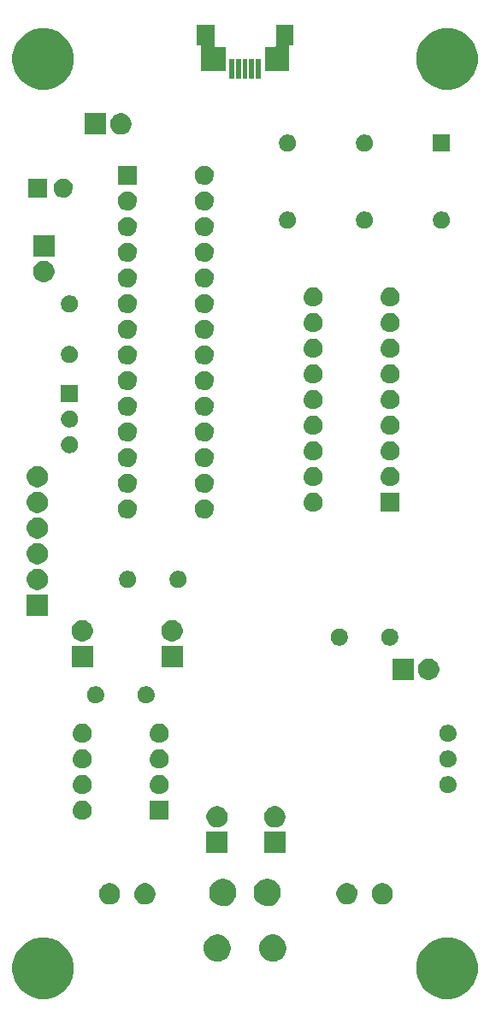
<source format=gts>
G04 #@! TF.FileFunction,Soldermask,Top*
%FSLAX46Y46*%
G04 Gerber Fmt 4.6, Leading zero omitted, Abs format (unit mm)*
G04 Created by KiCad (PCBNEW 4.0.2-stable) date 2016/04/14 22:54:03*
%MOMM*%
G01*
G04 APERTURE LIST*
%ADD10C,0.100000*%
G04 APERTURE END LIST*
D10*
G36*
X5320354Y-91952029D02*
X5906276Y-92072302D01*
X6457672Y-92304088D01*
X6953551Y-92638561D01*
X7375020Y-93062984D01*
X7706025Y-93561185D01*
X7933953Y-94114183D01*
X8050065Y-94700588D01*
X8050065Y-94700598D01*
X8050131Y-94700932D01*
X8040591Y-95384116D01*
X8040515Y-95384450D01*
X8040515Y-95384462D01*
X7908079Y-95967387D01*
X7664794Y-96513813D01*
X7320010Y-97002576D01*
X6886851Y-97415066D01*
X6381833Y-97735561D01*
X5824174Y-97951863D01*
X5235128Y-98055727D01*
X4637123Y-98043202D01*
X4052933Y-97914759D01*
X3504827Y-97675297D01*
X3013669Y-97333933D01*
X2598166Y-96903667D01*
X2274153Y-96400898D01*
X2053964Y-95844764D01*
X1945988Y-95256449D01*
X1954340Y-94658373D01*
X2078698Y-94073311D01*
X2314331Y-93523540D01*
X2652258Y-93030011D01*
X3079611Y-92611514D01*
X3580109Y-92283998D01*
X4134691Y-92059932D01*
X4722230Y-91947853D01*
X5320354Y-91952029D01*
X5320354Y-91952029D01*
G37*
G36*
X45320354Y-91952029D02*
X45906276Y-92072302D01*
X46457672Y-92304088D01*
X46953551Y-92638561D01*
X47375020Y-93062984D01*
X47706025Y-93561185D01*
X47933953Y-94114183D01*
X48050065Y-94700588D01*
X48050065Y-94700598D01*
X48050131Y-94700932D01*
X48040591Y-95384116D01*
X48040515Y-95384450D01*
X48040515Y-95384462D01*
X47908079Y-95967387D01*
X47664794Y-96513813D01*
X47320010Y-97002576D01*
X46886851Y-97415066D01*
X46381833Y-97735561D01*
X45824174Y-97951863D01*
X45235128Y-98055727D01*
X44637123Y-98043202D01*
X44052933Y-97914759D01*
X43504827Y-97675297D01*
X43013669Y-97333933D01*
X42598166Y-96903667D01*
X42274153Y-96400898D01*
X42053964Y-95844764D01*
X41945988Y-95256449D01*
X41954340Y-94658373D01*
X42078698Y-94073311D01*
X42314331Y-93523540D01*
X42652258Y-93030011D01*
X43079611Y-92611514D01*
X43580109Y-92283998D01*
X44134691Y-92059932D01*
X44722230Y-91947853D01*
X45320354Y-91952029D01*
X45320354Y-91952029D01*
G37*
G36*
X27891796Y-91650897D02*
X28151139Y-91704133D01*
X28395199Y-91806726D01*
X28614686Y-91954772D01*
X28801240Y-92142633D01*
X28947751Y-92363149D01*
X29048635Y-92607915D01*
X29099992Y-92867282D01*
X29099992Y-92867292D01*
X29100058Y-92867626D01*
X29095835Y-93170019D01*
X29095759Y-93170353D01*
X29095759Y-93170365D01*
X29037184Y-93428187D01*
X28929500Y-93670049D01*
X28776891Y-93886386D01*
X28585163Y-94068966D01*
X28361632Y-94210823D01*
X28114798Y-94306564D01*
X27854074Y-94352536D01*
X27589383Y-94346992D01*
X27330806Y-94290140D01*
X27088201Y-94184148D01*
X26870804Y-94033053D01*
X26686891Y-93842607D01*
X26543477Y-93620071D01*
X26446016Y-93373913D01*
X26398223Y-93113509D01*
X26401920Y-92848787D01*
X26456963Y-92589827D01*
X26561261Y-92346484D01*
X26710835Y-92128037D01*
X26899992Y-91942800D01*
X27121523Y-91797834D01*
X27366994Y-91698657D01*
X27627050Y-91649049D01*
X27891796Y-91650897D01*
X27891796Y-91650897D01*
G37*
G36*
X22391796Y-91650897D02*
X22651139Y-91704133D01*
X22895199Y-91806726D01*
X23114686Y-91954772D01*
X23301240Y-92142633D01*
X23447751Y-92363149D01*
X23548635Y-92607915D01*
X23599992Y-92867282D01*
X23599992Y-92867292D01*
X23600058Y-92867626D01*
X23595835Y-93170019D01*
X23595759Y-93170353D01*
X23595759Y-93170365D01*
X23537184Y-93428187D01*
X23429500Y-93670049D01*
X23276891Y-93886386D01*
X23085163Y-94068966D01*
X22861632Y-94210823D01*
X22614798Y-94306564D01*
X22354074Y-94352536D01*
X22089383Y-94346992D01*
X21830806Y-94290140D01*
X21588201Y-94184148D01*
X21370804Y-94033053D01*
X21186891Y-93842607D01*
X21043477Y-93620071D01*
X20946016Y-93373913D01*
X20898223Y-93113509D01*
X20901920Y-92848787D01*
X20956963Y-92589827D01*
X21061261Y-92346484D01*
X21210835Y-92128037D01*
X21399992Y-91942800D01*
X21621523Y-91797834D01*
X21866994Y-91698657D01*
X22127050Y-91649049D01*
X22391796Y-91650897D01*
X22391796Y-91650897D01*
G37*
G36*
X22941796Y-86150897D02*
X23201139Y-86204133D01*
X23445199Y-86306726D01*
X23664686Y-86454772D01*
X23851240Y-86642633D01*
X23997751Y-86863149D01*
X24098635Y-87107915D01*
X24149992Y-87367282D01*
X24149992Y-87367292D01*
X24150058Y-87367626D01*
X24145835Y-87670019D01*
X24145759Y-87670353D01*
X24145759Y-87670365D01*
X24087184Y-87928187D01*
X23979500Y-88170049D01*
X23826891Y-88386386D01*
X23635163Y-88568966D01*
X23411632Y-88710823D01*
X23164798Y-88806564D01*
X22904074Y-88852536D01*
X22639383Y-88846992D01*
X22380806Y-88790140D01*
X22138201Y-88684148D01*
X21920804Y-88533053D01*
X21736891Y-88342607D01*
X21593477Y-88120071D01*
X21496016Y-87873913D01*
X21448223Y-87613509D01*
X21451920Y-87348787D01*
X21506963Y-87089827D01*
X21611261Y-86846484D01*
X21760835Y-86628037D01*
X21949992Y-86442800D01*
X22171523Y-86297834D01*
X22416994Y-86198657D01*
X22677050Y-86149049D01*
X22941796Y-86150897D01*
X22941796Y-86150897D01*
G37*
G36*
X27341796Y-86150897D02*
X27601139Y-86204133D01*
X27845199Y-86306726D01*
X28064686Y-86454772D01*
X28251240Y-86642633D01*
X28397751Y-86863149D01*
X28498635Y-87107915D01*
X28549992Y-87367282D01*
X28549992Y-87367292D01*
X28550058Y-87367626D01*
X28545835Y-87670019D01*
X28545759Y-87670353D01*
X28545759Y-87670365D01*
X28487184Y-87928187D01*
X28379500Y-88170049D01*
X28226891Y-88386386D01*
X28035163Y-88568966D01*
X27811632Y-88710823D01*
X27564798Y-88806564D01*
X27304074Y-88852536D01*
X27039383Y-88846992D01*
X26780806Y-88790140D01*
X26538201Y-88684148D01*
X26320804Y-88533053D01*
X26136891Y-88342607D01*
X25993477Y-88120071D01*
X25896016Y-87873913D01*
X25848223Y-87613509D01*
X25851920Y-87348787D01*
X25906963Y-87089827D01*
X26011261Y-86846484D01*
X26160835Y-86628037D01*
X26349992Y-86442800D01*
X26571523Y-86297834D01*
X26816994Y-86198657D01*
X27077050Y-86149049D01*
X27341796Y-86150897D01*
X27341796Y-86150897D01*
G37*
G36*
X38690286Y-86580698D02*
X38891998Y-86622104D01*
X39081821Y-86701898D01*
X39252534Y-86817045D01*
X39397631Y-86963159D01*
X39511583Y-87134670D01*
X39590050Y-87325046D01*
X39629979Y-87526698D01*
X39629979Y-87526703D01*
X39630046Y-87527042D01*
X39626761Y-87762237D01*
X39626684Y-87762575D01*
X39626684Y-87762583D01*
X39581144Y-87963034D01*
X39497389Y-88151149D01*
X39378693Y-88319411D01*
X39229570Y-88461419D01*
X39055714Y-88571751D01*
X38863732Y-88646217D01*
X38660947Y-88681972D01*
X38455076Y-88677661D01*
X38253958Y-88633442D01*
X38065268Y-88551005D01*
X37896181Y-88433486D01*
X37753137Y-88285360D01*
X37641594Y-88112278D01*
X37565790Y-87920822D01*
X37528618Y-87718284D01*
X37531493Y-87512390D01*
X37574304Y-87310977D01*
X37655425Y-87121710D01*
X37771760Y-86951807D01*
X37918883Y-86807733D01*
X38091185Y-86694982D01*
X38282107Y-86617844D01*
X38484372Y-86579260D01*
X38690286Y-86580698D01*
X38690286Y-86580698D01*
G37*
G36*
X11695286Y-86580698D02*
X11896998Y-86622104D01*
X12086821Y-86701898D01*
X12257534Y-86817045D01*
X12402631Y-86963159D01*
X12516583Y-87134670D01*
X12595050Y-87325046D01*
X12634979Y-87526698D01*
X12634979Y-87526703D01*
X12635046Y-87527042D01*
X12631761Y-87762237D01*
X12631684Y-87762575D01*
X12631684Y-87762583D01*
X12586144Y-87963034D01*
X12502389Y-88151149D01*
X12383693Y-88319411D01*
X12234570Y-88461419D01*
X12060714Y-88571751D01*
X11868732Y-88646217D01*
X11665947Y-88681972D01*
X11460076Y-88677661D01*
X11258958Y-88633442D01*
X11070268Y-88551005D01*
X10901181Y-88433486D01*
X10758137Y-88285360D01*
X10646594Y-88112278D01*
X10570790Y-87920822D01*
X10533618Y-87718284D01*
X10536493Y-87512390D01*
X10579304Y-87310977D01*
X10660425Y-87121710D01*
X10776760Y-86951807D01*
X10923883Y-86807733D01*
X11096185Y-86694982D01*
X11287107Y-86617844D01*
X11489372Y-86579260D01*
X11695286Y-86580698D01*
X11695286Y-86580698D01*
G37*
G36*
X15195286Y-86580698D02*
X15396998Y-86622104D01*
X15586821Y-86701898D01*
X15757534Y-86817045D01*
X15902631Y-86963159D01*
X16016583Y-87134670D01*
X16095050Y-87325046D01*
X16134979Y-87526698D01*
X16134979Y-87526703D01*
X16135046Y-87527042D01*
X16131761Y-87762237D01*
X16131684Y-87762575D01*
X16131684Y-87762583D01*
X16086144Y-87963034D01*
X16002389Y-88151149D01*
X15883693Y-88319411D01*
X15734570Y-88461419D01*
X15560714Y-88571751D01*
X15368732Y-88646217D01*
X15165947Y-88681972D01*
X14960076Y-88677661D01*
X14758958Y-88633442D01*
X14570268Y-88551005D01*
X14401181Y-88433486D01*
X14258137Y-88285360D01*
X14146594Y-88112278D01*
X14070790Y-87920822D01*
X14033618Y-87718284D01*
X14036493Y-87512390D01*
X14079304Y-87310977D01*
X14160425Y-87121710D01*
X14276760Y-86951807D01*
X14423883Y-86807733D01*
X14596185Y-86694982D01*
X14787107Y-86617844D01*
X14989372Y-86579260D01*
X15195286Y-86580698D01*
X15195286Y-86580698D01*
G37*
G36*
X35190286Y-86580698D02*
X35391998Y-86622104D01*
X35581821Y-86701898D01*
X35752534Y-86817045D01*
X35897631Y-86963159D01*
X36011583Y-87134670D01*
X36090050Y-87325046D01*
X36129979Y-87526698D01*
X36129979Y-87526703D01*
X36130046Y-87527042D01*
X36126761Y-87762237D01*
X36126684Y-87762575D01*
X36126684Y-87762583D01*
X36081144Y-87963034D01*
X35997389Y-88151149D01*
X35878693Y-88319411D01*
X35729570Y-88461419D01*
X35555714Y-88571751D01*
X35363732Y-88646217D01*
X35160947Y-88681972D01*
X34955076Y-88677661D01*
X34753958Y-88633442D01*
X34565268Y-88551005D01*
X34396181Y-88433486D01*
X34253137Y-88285360D01*
X34141594Y-88112278D01*
X34065790Y-87920822D01*
X34028618Y-87718284D01*
X34031493Y-87512390D01*
X34074304Y-87310977D01*
X34155425Y-87121710D01*
X34271760Y-86951807D01*
X34418883Y-86807733D01*
X34591185Y-86694982D01*
X34782107Y-86617844D01*
X34984372Y-86579260D01*
X35190286Y-86580698D01*
X35190286Y-86580698D01*
G37*
G36*
X28990000Y-83600000D02*
X26890000Y-83600000D01*
X26890000Y-81500000D01*
X28990000Y-81500000D01*
X28990000Y-83600000D01*
X28990000Y-83600000D01*
G37*
G36*
X23275000Y-83600000D02*
X21175000Y-83600000D01*
X21175000Y-81500000D01*
X23275000Y-81500000D01*
X23275000Y-83600000D01*
X23275000Y-83600000D01*
G37*
G36*
X22335286Y-78960698D02*
X22536998Y-79002104D01*
X22726821Y-79081898D01*
X22897534Y-79197045D01*
X23042631Y-79343159D01*
X23156583Y-79514670D01*
X23235050Y-79705046D01*
X23274979Y-79906698D01*
X23274979Y-79906703D01*
X23275046Y-79907042D01*
X23271761Y-80142237D01*
X23271684Y-80142575D01*
X23271684Y-80142583D01*
X23226144Y-80343034D01*
X23142389Y-80531149D01*
X23023693Y-80699411D01*
X22874570Y-80841419D01*
X22700714Y-80951751D01*
X22508732Y-81026217D01*
X22305947Y-81061972D01*
X22100076Y-81057661D01*
X21898958Y-81013442D01*
X21710268Y-80931005D01*
X21541181Y-80813486D01*
X21398137Y-80665360D01*
X21286594Y-80492278D01*
X21210790Y-80300822D01*
X21173618Y-80098284D01*
X21176493Y-79892390D01*
X21219304Y-79690977D01*
X21300425Y-79501710D01*
X21416760Y-79331807D01*
X21563883Y-79187733D01*
X21736185Y-79074982D01*
X21927107Y-78997844D01*
X22129372Y-78959260D01*
X22335286Y-78960698D01*
X22335286Y-78960698D01*
G37*
G36*
X28050286Y-78960698D02*
X28251998Y-79002104D01*
X28441821Y-79081898D01*
X28612534Y-79197045D01*
X28757631Y-79343159D01*
X28871583Y-79514670D01*
X28950050Y-79705046D01*
X28989979Y-79906698D01*
X28989979Y-79906703D01*
X28990046Y-79907042D01*
X28986761Y-80142237D01*
X28986684Y-80142575D01*
X28986684Y-80142583D01*
X28941144Y-80343034D01*
X28857389Y-80531149D01*
X28738693Y-80699411D01*
X28589570Y-80841419D01*
X28415714Y-80951751D01*
X28223732Y-81026217D01*
X28020947Y-81061972D01*
X27815076Y-81057661D01*
X27613958Y-81013442D01*
X27425268Y-80931005D01*
X27256181Y-80813486D01*
X27113137Y-80665360D01*
X27001594Y-80492278D01*
X26925790Y-80300822D01*
X26888618Y-80098284D01*
X26891493Y-79892390D01*
X26934304Y-79690977D01*
X27015425Y-79501710D01*
X27131760Y-79331807D01*
X27278883Y-79187733D01*
X27451185Y-79074982D01*
X27642107Y-78997844D01*
X27844372Y-78959260D01*
X28050286Y-78960698D01*
X28050286Y-78960698D01*
G37*
G36*
X8989782Y-78425631D02*
X9172284Y-78463093D01*
X9344029Y-78535288D01*
X9498483Y-78639468D01*
X9629762Y-78771667D01*
X9732862Y-78926844D01*
X9803856Y-79099089D01*
X9839975Y-79281504D01*
X9839975Y-79281514D01*
X9840041Y-79281848D01*
X9837070Y-79494643D01*
X9836994Y-79494977D01*
X9836994Y-79494989D01*
X9795798Y-79676316D01*
X9720019Y-79846516D01*
X9612628Y-79998754D01*
X9477707Y-80127237D01*
X9320408Y-80227061D01*
X9146710Y-80294435D01*
X8963238Y-80326785D01*
X8776974Y-80322884D01*
X8595011Y-80282877D01*
X8424289Y-80208290D01*
X8271306Y-80101964D01*
X8141885Y-79967946D01*
X8040965Y-79811348D01*
X7972381Y-79638125D01*
X7938748Y-79454876D01*
X7941350Y-79268591D01*
X7980084Y-79086360D01*
X8053479Y-78915118D01*
X8158735Y-78761396D01*
X8291846Y-78631043D01*
X8447738Y-78529030D01*
X8620477Y-78459239D01*
X8803479Y-78424330D01*
X8989782Y-78425631D01*
X8989782Y-78425631D01*
G37*
G36*
X17460000Y-80325000D02*
X15560000Y-80325000D01*
X15560000Y-78425000D01*
X17460000Y-78425000D01*
X17460000Y-80325000D01*
X17460000Y-80325000D01*
G37*
G36*
X8989782Y-75885631D02*
X9172284Y-75923093D01*
X9344029Y-75995288D01*
X9498483Y-76099468D01*
X9629762Y-76231667D01*
X9732862Y-76386844D01*
X9803856Y-76559089D01*
X9839975Y-76741504D01*
X9839975Y-76741514D01*
X9840041Y-76741848D01*
X9837070Y-76954643D01*
X9836994Y-76954977D01*
X9836994Y-76954989D01*
X9795798Y-77136316D01*
X9720019Y-77306516D01*
X9612628Y-77458754D01*
X9477707Y-77587237D01*
X9320408Y-77687061D01*
X9146710Y-77754435D01*
X8963238Y-77786785D01*
X8776974Y-77782884D01*
X8595011Y-77742877D01*
X8424289Y-77668290D01*
X8271306Y-77561964D01*
X8141885Y-77427946D01*
X8040965Y-77271348D01*
X7972381Y-77098125D01*
X7938748Y-76914876D01*
X7941350Y-76728591D01*
X7980084Y-76546360D01*
X8053479Y-76375118D01*
X8158735Y-76221396D01*
X8291846Y-76091043D01*
X8447738Y-75989030D01*
X8620477Y-75919239D01*
X8803479Y-75884330D01*
X8989782Y-75885631D01*
X8989782Y-75885631D01*
G37*
G36*
X16609782Y-75885631D02*
X16792284Y-75923093D01*
X16964029Y-75995288D01*
X17118483Y-76099468D01*
X17249762Y-76231667D01*
X17352862Y-76386844D01*
X17423856Y-76559089D01*
X17459975Y-76741504D01*
X17459975Y-76741514D01*
X17460041Y-76741848D01*
X17457070Y-76954643D01*
X17456994Y-76954977D01*
X17456994Y-76954989D01*
X17415798Y-77136316D01*
X17340019Y-77306516D01*
X17232628Y-77458754D01*
X17097707Y-77587237D01*
X16940408Y-77687061D01*
X16766710Y-77754435D01*
X16583238Y-77786785D01*
X16396974Y-77782884D01*
X16215011Y-77742877D01*
X16044289Y-77668290D01*
X15891306Y-77561964D01*
X15761885Y-77427946D01*
X15660965Y-77271348D01*
X15592381Y-77098125D01*
X15558748Y-76914876D01*
X15561350Y-76728591D01*
X15600084Y-76546360D01*
X15673479Y-76375118D01*
X15778735Y-76221396D01*
X15911846Y-76091043D01*
X16067738Y-75989030D01*
X16240477Y-75919239D01*
X16423479Y-75884330D01*
X16609782Y-75885631D01*
X16609782Y-75885631D01*
G37*
G36*
X45174279Y-75985564D02*
X45337570Y-76019083D01*
X45491236Y-76083678D01*
X45629433Y-76176892D01*
X45746893Y-76295176D01*
X45839140Y-76434018D01*
X45902661Y-76588132D01*
X45934971Y-76751309D01*
X45934971Y-76751319D01*
X45935037Y-76751653D01*
X45932378Y-76942049D01*
X45932302Y-76942383D01*
X45932302Y-76942395D01*
X45895451Y-77104599D01*
X45827649Y-77256883D01*
X45731562Y-77393095D01*
X45610843Y-77508054D01*
X45470102Y-77597370D01*
X45314688Y-77657653D01*
X45150529Y-77686598D01*
X44983872Y-77683107D01*
X44821062Y-77647311D01*
X44668315Y-77580577D01*
X44531429Y-77485439D01*
X44415634Y-77365530D01*
X44325337Y-77225417D01*
X44263972Y-77070428D01*
X44233880Y-76906467D01*
X44236208Y-76739791D01*
X44270864Y-76576744D01*
X44336534Y-76423527D01*
X44430710Y-76285986D01*
X44549810Y-76169354D01*
X44689292Y-76078079D01*
X44843848Y-76015635D01*
X45007586Y-75984400D01*
X45174279Y-75985564D01*
X45174279Y-75985564D01*
G37*
G36*
X8989782Y-73345631D02*
X9172284Y-73383093D01*
X9344029Y-73455288D01*
X9498483Y-73559468D01*
X9629762Y-73691667D01*
X9732862Y-73846844D01*
X9803856Y-74019089D01*
X9839975Y-74201504D01*
X9839975Y-74201514D01*
X9840041Y-74201848D01*
X9837070Y-74414643D01*
X9836994Y-74414977D01*
X9836994Y-74414989D01*
X9795798Y-74596316D01*
X9720019Y-74766516D01*
X9612628Y-74918754D01*
X9477707Y-75047237D01*
X9320408Y-75147061D01*
X9146710Y-75214435D01*
X8963238Y-75246785D01*
X8776974Y-75242884D01*
X8595011Y-75202877D01*
X8424289Y-75128290D01*
X8271306Y-75021964D01*
X8141885Y-74887946D01*
X8040965Y-74731348D01*
X7972381Y-74558125D01*
X7938748Y-74374876D01*
X7941350Y-74188591D01*
X7980084Y-74006360D01*
X8053479Y-73835118D01*
X8158735Y-73681396D01*
X8291846Y-73551043D01*
X8447738Y-73449030D01*
X8620477Y-73379239D01*
X8803479Y-73344330D01*
X8989782Y-73345631D01*
X8989782Y-73345631D01*
G37*
G36*
X16609782Y-73345631D02*
X16792284Y-73383093D01*
X16964029Y-73455288D01*
X17118483Y-73559468D01*
X17249762Y-73691667D01*
X17352862Y-73846844D01*
X17423856Y-74019089D01*
X17459975Y-74201504D01*
X17459975Y-74201514D01*
X17460041Y-74201848D01*
X17457070Y-74414643D01*
X17456994Y-74414977D01*
X17456994Y-74414989D01*
X17415798Y-74596316D01*
X17340019Y-74766516D01*
X17232628Y-74918754D01*
X17097707Y-75047237D01*
X16940408Y-75147061D01*
X16766710Y-75214435D01*
X16583238Y-75246785D01*
X16396974Y-75242884D01*
X16215011Y-75202877D01*
X16044289Y-75128290D01*
X15891306Y-75021964D01*
X15761885Y-74887946D01*
X15660965Y-74731348D01*
X15592381Y-74558125D01*
X15558748Y-74374876D01*
X15561350Y-74188591D01*
X15600084Y-74006360D01*
X15673479Y-73835118D01*
X15778735Y-73681396D01*
X15911846Y-73551043D01*
X16067738Y-73449030D01*
X16240477Y-73379239D01*
X16423479Y-73344330D01*
X16609782Y-73345631D01*
X16609782Y-73345631D01*
G37*
G36*
X45174279Y-73445564D02*
X45337570Y-73479083D01*
X45491236Y-73543678D01*
X45629433Y-73636892D01*
X45746893Y-73755176D01*
X45839140Y-73894018D01*
X45902661Y-74048132D01*
X45934971Y-74211309D01*
X45934971Y-74211319D01*
X45935037Y-74211653D01*
X45932378Y-74402049D01*
X45932302Y-74402383D01*
X45932302Y-74402395D01*
X45895451Y-74564599D01*
X45827649Y-74716883D01*
X45731562Y-74853095D01*
X45610843Y-74968054D01*
X45470102Y-75057370D01*
X45314688Y-75117653D01*
X45150529Y-75146598D01*
X44983872Y-75143107D01*
X44821062Y-75107311D01*
X44668315Y-75040577D01*
X44531429Y-74945439D01*
X44415634Y-74825530D01*
X44325337Y-74685417D01*
X44263972Y-74530428D01*
X44233880Y-74366467D01*
X44236208Y-74199791D01*
X44270864Y-74036744D01*
X44336534Y-73883527D01*
X44430710Y-73745986D01*
X44549810Y-73629354D01*
X44689292Y-73538079D01*
X44843848Y-73475635D01*
X45007586Y-73444400D01*
X45174279Y-73445564D01*
X45174279Y-73445564D01*
G37*
G36*
X8989782Y-70805631D02*
X9172284Y-70843093D01*
X9344029Y-70915288D01*
X9498483Y-71019468D01*
X9629762Y-71151667D01*
X9732862Y-71306844D01*
X9803856Y-71479089D01*
X9839975Y-71661504D01*
X9839975Y-71661514D01*
X9840041Y-71661848D01*
X9837070Y-71874643D01*
X9836994Y-71874977D01*
X9836994Y-71874989D01*
X9795798Y-72056316D01*
X9720019Y-72226516D01*
X9612628Y-72378754D01*
X9477707Y-72507237D01*
X9320408Y-72607061D01*
X9146710Y-72674435D01*
X8963238Y-72706785D01*
X8776974Y-72702884D01*
X8595011Y-72662877D01*
X8424289Y-72588290D01*
X8271306Y-72481964D01*
X8141885Y-72347946D01*
X8040965Y-72191348D01*
X7972381Y-72018125D01*
X7938748Y-71834876D01*
X7941350Y-71648591D01*
X7980084Y-71466360D01*
X8053479Y-71295118D01*
X8158735Y-71141396D01*
X8291846Y-71011043D01*
X8447738Y-70909030D01*
X8620477Y-70839239D01*
X8803479Y-70804330D01*
X8989782Y-70805631D01*
X8989782Y-70805631D01*
G37*
G36*
X16609782Y-70805631D02*
X16792284Y-70843093D01*
X16964029Y-70915288D01*
X17118483Y-71019468D01*
X17249762Y-71151667D01*
X17352862Y-71306844D01*
X17423856Y-71479089D01*
X17459975Y-71661504D01*
X17459975Y-71661514D01*
X17460041Y-71661848D01*
X17457070Y-71874643D01*
X17456994Y-71874977D01*
X17456994Y-71874989D01*
X17415798Y-72056316D01*
X17340019Y-72226516D01*
X17232628Y-72378754D01*
X17097707Y-72507237D01*
X16940408Y-72607061D01*
X16766710Y-72674435D01*
X16583238Y-72706785D01*
X16396974Y-72702884D01*
X16215011Y-72662877D01*
X16044289Y-72588290D01*
X15891306Y-72481964D01*
X15761885Y-72347946D01*
X15660965Y-72191348D01*
X15592381Y-72018125D01*
X15558748Y-71834876D01*
X15561350Y-71648591D01*
X15600084Y-71466360D01*
X15673479Y-71295118D01*
X15778735Y-71141396D01*
X15911846Y-71011043D01*
X16067738Y-70909030D01*
X16240477Y-70839239D01*
X16423479Y-70804330D01*
X16609782Y-70805631D01*
X16609782Y-70805631D01*
G37*
G36*
X45174279Y-70905564D02*
X45337570Y-70939083D01*
X45491236Y-71003678D01*
X45629433Y-71096892D01*
X45746893Y-71215176D01*
X45839140Y-71354018D01*
X45902661Y-71508132D01*
X45934971Y-71671309D01*
X45934971Y-71671319D01*
X45935037Y-71671653D01*
X45932378Y-71862049D01*
X45932302Y-71862383D01*
X45932302Y-71862395D01*
X45895451Y-72024599D01*
X45827649Y-72176883D01*
X45731562Y-72313095D01*
X45610843Y-72428054D01*
X45470102Y-72517370D01*
X45314688Y-72577653D01*
X45150529Y-72606598D01*
X44983872Y-72603107D01*
X44821062Y-72567311D01*
X44668315Y-72500577D01*
X44531429Y-72405439D01*
X44415634Y-72285530D01*
X44325337Y-72145417D01*
X44263972Y-71990428D01*
X44233880Y-71826467D01*
X44236208Y-71659791D01*
X44270864Y-71496744D01*
X44336534Y-71343527D01*
X44430710Y-71205986D01*
X44549810Y-71089354D01*
X44689292Y-70998079D01*
X44843848Y-70935635D01*
X45007586Y-70904400D01*
X45174279Y-70905564D01*
X45174279Y-70905564D01*
G37*
G36*
X10289279Y-67095564D02*
X10452570Y-67129083D01*
X10606236Y-67193678D01*
X10744433Y-67286892D01*
X10861893Y-67405176D01*
X10954140Y-67544018D01*
X11017661Y-67698132D01*
X11049971Y-67861309D01*
X11049971Y-67861319D01*
X11050037Y-67861653D01*
X11047378Y-68052049D01*
X11047302Y-68052383D01*
X11047302Y-68052395D01*
X11010451Y-68214599D01*
X10942649Y-68366883D01*
X10846562Y-68503095D01*
X10725843Y-68618054D01*
X10585102Y-68707370D01*
X10429688Y-68767653D01*
X10265529Y-68796598D01*
X10098872Y-68793107D01*
X9936062Y-68757311D01*
X9783315Y-68690577D01*
X9646429Y-68595439D01*
X9530634Y-68475530D01*
X9440337Y-68335417D01*
X9378972Y-68180428D01*
X9348880Y-68016467D01*
X9351208Y-67849791D01*
X9385864Y-67686744D01*
X9451534Y-67533527D01*
X9545710Y-67395986D01*
X9664810Y-67279354D01*
X9804292Y-67188079D01*
X9958848Y-67125635D01*
X10122586Y-67094400D01*
X10289279Y-67095564D01*
X10289279Y-67095564D01*
G37*
G36*
X15289279Y-67095564D02*
X15452570Y-67129083D01*
X15606236Y-67193678D01*
X15744433Y-67286892D01*
X15861893Y-67405176D01*
X15954140Y-67544018D01*
X16017661Y-67698132D01*
X16049971Y-67861309D01*
X16049971Y-67861319D01*
X16050037Y-67861653D01*
X16047378Y-68052049D01*
X16047302Y-68052383D01*
X16047302Y-68052395D01*
X16010451Y-68214599D01*
X15942649Y-68366883D01*
X15846562Y-68503095D01*
X15725843Y-68618054D01*
X15585102Y-68707370D01*
X15429688Y-68767653D01*
X15265529Y-68796598D01*
X15098872Y-68793107D01*
X14936062Y-68757311D01*
X14783315Y-68690577D01*
X14646429Y-68595439D01*
X14530634Y-68475530D01*
X14440337Y-68335417D01*
X14378972Y-68180428D01*
X14348880Y-68016467D01*
X14351208Y-67849791D01*
X14385864Y-67686744D01*
X14451534Y-67533527D01*
X14545710Y-67395986D01*
X14664810Y-67279354D01*
X14804292Y-67188079D01*
X14958848Y-67125635D01*
X15122586Y-67094400D01*
X15289279Y-67095564D01*
X15289279Y-67095564D01*
G37*
G36*
X43290286Y-64355698D02*
X43491998Y-64397104D01*
X43681821Y-64476898D01*
X43852534Y-64592045D01*
X43997631Y-64738159D01*
X44111583Y-64909670D01*
X44190050Y-65100046D01*
X44229979Y-65301698D01*
X44229979Y-65301703D01*
X44230046Y-65302042D01*
X44226761Y-65537237D01*
X44226684Y-65537575D01*
X44226684Y-65537583D01*
X44181144Y-65738034D01*
X44097389Y-65926149D01*
X43978693Y-66094411D01*
X43829570Y-66236419D01*
X43655714Y-66346751D01*
X43463732Y-66421217D01*
X43260947Y-66456972D01*
X43055076Y-66452661D01*
X42853958Y-66408442D01*
X42665268Y-66326005D01*
X42496181Y-66208486D01*
X42353137Y-66060360D01*
X42241594Y-65887278D01*
X42165790Y-65695822D01*
X42128618Y-65493284D01*
X42131493Y-65287390D01*
X42174304Y-65085977D01*
X42255425Y-64896710D01*
X42371760Y-64726807D01*
X42518883Y-64582733D01*
X42691185Y-64469982D01*
X42882107Y-64392844D01*
X43084372Y-64354260D01*
X43290286Y-64355698D01*
X43290286Y-64355698D01*
G37*
G36*
X41690000Y-66455000D02*
X39590000Y-66455000D01*
X39590000Y-64355000D01*
X41690000Y-64355000D01*
X41690000Y-66455000D01*
X41690000Y-66455000D01*
G37*
G36*
X9940000Y-65185000D02*
X7840000Y-65185000D01*
X7840000Y-63085000D01*
X9940000Y-63085000D01*
X9940000Y-65185000D01*
X9940000Y-65185000D01*
G37*
G36*
X18830000Y-65185000D02*
X16730000Y-65185000D01*
X16730000Y-63085000D01*
X18830000Y-63085000D01*
X18830000Y-65185000D01*
X18830000Y-65185000D01*
G37*
G36*
X39419279Y-61380564D02*
X39582570Y-61414083D01*
X39736236Y-61478678D01*
X39874433Y-61571892D01*
X39991893Y-61690176D01*
X40084140Y-61829018D01*
X40147661Y-61983132D01*
X40179971Y-62146309D01*
X40179971Y-62146319D01*
X40180037Y-62146653D01*
X40177378Y-62337049D01*
X40177302Y-62337383D01*
X40177302Y-62337395D01*
X40140451Y-62499599D01*
X40072649Y-62651883D01*
X39976562Y-62788095D01*
X39855843Y-62903054D01*
X39715102Y-62992370D01*
X39559688Y-63052653D01*
X39395529Y-63081598D01*
X39228872Y-63078107D01*
X39066062Y-63042311D01*
X38913315Y-62975577D01*
X38776429Y-62880439D01*
X38660634Y-62760530D01*
X38570337Y-62620417D01*
X38508972Y-62465428D01*
X38478880Y-62301467D01*
X38481208Y-62134791D01*
X38515864Y-61971744D01*
X38581534Y-61818527D01*
X38675710Y-61680986D01*
X38794810Y-61564354D01*
X38934292Y-61473079D01*
X39088848Y-61410635D01*
X39252586Y-61379400D01*
X39419279Y-61380564D01*
X39419279Y-61380564D01*
G37*
G36*
X34419279Y-61380564D02*
X34582570Y-61414083D01*
X34736236Y-61478678D01*
X34874433Y-61571892D01*
X34991893Y-61690176D01*
X35084140Y-61829018D01*
X35147661Y-61983132D01*
X35179971Y-62146309D01*
X35179971Y-62146319D01*
X35180037Y-62146653D01*
X35177378Y-62337049D01*
X35177302Y-62337383D01*
X35177302Y-62337395D01*
X35140451Y-62499599D01*
X35072649Y-62651883D01*
X34976562Y-62788095D01*
X34855843Y-62903054D01*
X34715102Y-62992370D01*
X34559688Y-63052653D01*
X34395529Y-63081598D01*
X34228872Y-63078107D01*
X34066062Y-63042311D01*
X33913315Y-62975577D01*
X33776429Y-62880439D01*
X33660634Y-62760530D01*
X33570337Y-62620417D01*
X33508972Y-62465428D01*
X33478880Y-62301467D01*
X33481208Y-62134791D01*
X33515864Y-61971744D01*
X33581534Y-61818527D01*
X33675710Y-61680986D01*
X33794810Y-61564354D01*
X33934292Y-61473079D01*
X34088848Y-61410635D01*
X34252586Y-61379400D01*
X34419279Y-61380564D01*
X34419279Y-61380564D01*
G37*
G36*
X17890286Y-60545698D02*
X18091998Y-60587104D01*
X18281821Y-60666898D01*
X18452534Y-60782045D01*
X18597631Y-60928159D01*
X18711583Y-61099670D01*
X18790050Y-61290046D01*
X18829979Y-61491698D01*
X18829979Y-61491703D01*
X18830046Y-61492042D01*
X18826761Y-61727237D01*
X18826684Y-61727575D01*
X18826684Y-61727583D01*
X18781144Y-61928034D01*
X18697389Y-62116149D01*
X18578693Y-62284411D01*
X18429570Y-62426419D01*
X18255714Y-62536751D01*
X18063732Y-62611217D01*
X17860947Y-62646972D01*
X17655076Y-62642661D01*
X17453958Y-62598442D01*
X17265268Y-62516005D01*
X17096181Y-62398486D01*
X16953137Y-62250360D01*
X16841594Y-62077278D01*
X16765790Y-61885822D01*
X16728618Y-61683284D01*
X16731493Y-61477390D01*
X16774304Y-61275977D01*
X16855425Y-61086710D01*
X16971760Y-60916807D01*
X17118883Y-60772733D01*
X17291185Y-60659982D01*
X17482107Y-60582844D01*
X17684372Y-60544260D01*
X17890286Y-60545698D01*
X17890286Y-60545698D01*
G37*
G36*
X9000286Y-60545698D02*
X9201998Y-60587104D01*
X9391821Y-60666898D01*
X9562534Y-60782045D01*
X9707631Y-60928159D01*
X9821583Y-61099670D01*
X9900050Y-61290046D01*
X9939979Y-61491698D01*
X9939979Y-61491703D01*
X9940046Y-61492042D01*
X9936761Y-61727237D01*
X9936684Y-61727575D01*
X9936684Y-61727583D01*
X9891144Y-61928034D01*
X9807389Y-62116149D01*
X9688693Y-62284411D01*
X9539570Y-62426419D01*
X9365714Y-62536751D01*
X9173732Y-62611217D01*
X8970947Y-62646972D01*
X8765076Y-62642661D01*
X8563958Y-62598442D01*
X8375268Y-62516005D01*
X8206181Y-62398486D01*
X8063137Y-62250360D01*
X7951594Y-62077278D01*
X7875790Y-61885822D01*
X7838618Y-61683284D01*
X7841493Y-61477390D01*
X7884304Y-61275977D01*
X7965425Y-61086710D01*
X8081760Y-60916807D01*
X8228883Y-60772733D01*
X8401185Y-60659982D01*
X8592107Y-60582844D01*
X8794372Y-60544260D01*
X9000286Y-60545698D01*
X9000286Y-60545698D01*
G37*
G36*
X5495000Y-60105000D02*
X3395000Y-60105000D01*
X3395000Y-58005000D01*
X5495000Y-58005000D01*
X5495000Y-60105000D01*
X5495000Y-60105000D01*
G37*
G36*
X4555286Y-55465698D02*
X4756998Y-55507104D01*
X4946821Y-55586898D01*
X5117534Y-55702045D01*
X5262631Y-55848159D01*
X5376583Y-56019670D01*
X5455050Y-56210046D01*
X5494979Y-56411698D01*
X5494979Y-56411703D01*
X5495046Y-56412042D01*
X5491761Y-56647237D01*
X5491684Y-56647575D01*
X5491684Y-56647583D01*
X5446144Y-56848034D01*
X5362389Y-57036149D01*
X5243693Y-57204411D01*
X5094570Y-57346419D01*
X4920714Y-57456751D01*
X4728732Y-57531217D01*
X4525947Y-57566972D01*
X4320076Y-57562661D01*
X4118958Y-57518442D01*
X3930268Y-57436005D01*
X3761181Y-57318486D01*
X3618137Y-57170360D01*
X3506594Y-56997278D01*
X3430790Y-56805822D01*
X3393618Y-56603284D01*
X3396493Y-56397390D01*
X3439304Y-56195977D01*
X3520425Y-56006710D01*
X3636760Y-55836807D01*
X3783883Y-55692733D01*
X3956185Y-55579982D01*
X4147107Y-55502844D01*
X4349372Y-55464260D01*
X4555286Y-55465698D01*
X4555286Y-55465698D01*
G37*
G36*
X18464279Y-55665564D02*
X18627570Y-55699083D01*
X18781236Y-55763678D01*
X18919433Y-55856892D01*
X19036893Y-55975176D01*
X19129140Y-56114018D01*
X19192661Y-56268132D01*
X19224971Y-56431309D01*
X19224971Y-56431319D01*
X19225037Y-56431653D01*
X19222378Y-56622049D01*
X19222302Y-56622383D01*
X19222302Y-56622395D01*
X19185451Y-56784599D01*
X19117649Y-56936883D01*
X19021562Y-57073095D01*
X18900843Y-57188054D01*
X18760102Y-57277370D01*
X18604688Y-57337653D01*
X18440529Y-57366598D01*
X18273872Y-57363107D01*
X18111062Y-57327311D01*
X17958315Y-57260577D01*
X17821429Y-57165439D01*
X17705634Y-57045530D01*
X17615337Y-56905417D01*
X17553972Y-56750428D01*
X17523880Y-56586467D01*
X17526208Y-56419791D01*
X17560864Y-56256744D01*
X17626534Y-56103527D01*
X17720710Y-55965986D01*
X17839810Y-55849354D01*
X17979292Y-55758079D01*
X18133848Y-55695635D01*
X18297586Y-55664400D01*
X18464279Y-55665564D01*
X18464279Y-55665564D01*
G37*
G36*
X13464279Y-55665564D02*
X13627570Y-55699083D01*
X13781236Y-55763678D01*
X13919433Y-55856892D01*
X14036893Y-55975176D01*
X14129140Y-56114018D01*
X14192661Y-56268132D01*
X14224971Y-56431309D01*
X14224971Y-56431319D01*
X14225037Y-56431653D01*
X14222378Y-56622049D01*
X14222302Y-56622383D01*
X14222302Y-56622395D01*
X14185451Y-56784599D01*
X14117649Y-56936883D01*
X14021562Y-57073095D01*
X13900843Y-57188054D01*
X13760102Y-57277370D01*
X13604688Y-57337653D01*
X13440529Y-57366598D01*
X13273872Y-57363107D01*
X13111062Y-57327311D01*
X12958315Y-57260577D01*
X12821429Y-57165439D01*
X12705634Y-57045530D01*
X12615337Y-56905417D01*
X12553972Y-56750428D01*
X12523880Y-56586467D01*
X12526208Y-56419791D01*
X12560864Y-56256744D01*
X12626534Y-56103527D01*
X12720710Y-55965986D01*
X12839810Y-55849354D01*
X12979292Y-55758079D01*
X13133848Y-55695635D01*
X13297586Y-55664400D01*
X13464279Y-55665564D01*
X13464279Y-55665564D01*
G37*
G36*
X4555286Y-52925698D02*
X4756998Y-52967104D01*
X4946821Y-53046898D01*
X5117534Y-53162045D01*
X5262631Y-53308159D01*
X5376583Y-53479670D01*
X5455050Y-53670046D01*
X5494979Y-53871698D01*
X5494979Y-53871703D01*
X5495046Y-53872042D01*
X5491761Y-54107237D01*
X5491684Y-54107575D01*
X5491684Y-54107583D01*
X5446144Y-54308034D01*
X5362389Y-54496149D01*
X5243693Y-54664411D01*
X5094570Y-54806419D01*
X4920714Y-54916751D01*
X4728732Y-54991217D01*
X4525947Y-55026972D01*
X4320076Y-55022661D01*
X4118958Y-54978442D01*
X3930268Y-54896005D01*
X3761181Y-54778486D01*
X3618137Y-54630360D01*
X3506594Y-54457278D01*
X3430790Y-54265822D01*
X3393618Y-54063284D01*
X3396493Y-53857390D01*
X3439304Y-53655977D01*
X3520425Y-53466710D01*
X3636760Y-53296807D01*
X3783883Y-53152733D01*
X3956185Y-53039982D01*
X4147107Y-52962844D01*
X4349372Y-52924260D01*
X4555286Y-52925698D01*
X4555286Y-52925698D01*
G37*
G36*
X4555286Y-50385698D02*
X4756998Y-50427104D01*
X4946821Y-50506898D01*
X5117534Y-50622045D01*
X5262631Y-50768159D01*
X5376583Y-50939670D01*
X5455050Y-51130046D01*
X5494979Y-51331698D01*
X5494979Y-51331703D01*
X5495046Y-51332042D01*
X5491761Y-51567237D01*
X5491684Y-51567575D01*
X5491684Y-51567583D01*
X5446144Y-51768034D01*
X5362389Y-51956149D01*
X5243693Y-52124411D01*
X5094570Y-52266419D01*
X4920714Y-52376751D01*
X4728732Y-52451217D01*
X4525947Y-52486972D01*
X4320076Y-52482661D01*
X4118958Y-52438442D01*
X3930268Y-52356005D01*
X3761181Y-52238486D01*
X3618137Y-52090360D01*
X3506594Y-51917278D01*
X3430790Y-51725822D01*
X3393618Y-51523284D01*
X3396493Y-51317390D01*
X3439304Y-51115977D01*
X3520425Y-50926710D01*
X3636760Y-50756807D01*
X3783883Y-50612733D01*
X3956185Y-50499982D01*
X4147107Y-50422844D01*
X4349372Y-50384260D01*
X4555286Y-50385698D01*
X4555286Y-50385698D01*
G37*
G36*
X13434782Y-48580631D02*
X13617284Y-48618093D01*
X13789029Y-48690288D01*
X13943483Y-48794468D01*
X14074762Y-48926667D01*
X14177862Y-49081844D01*
X14248856Y-49254089D01*
X14284975Y-49436504D01*
X14284975Y-49436514D01*
X14285041Y-49436848D01*
X14282070Y-49649643D01*
X14281994Y-49649977D01*
X14281994Y-49649989D01*
X14240798Y-49831316D01*
X14165019Y-50001516D01*
X14057628Y-50153754D01*
X13922707Y-50282237D01*
X13765408Y-50382061D01*
X13591710Y-50449435D01*
X13408238Y-50481785D01*
X13221974Y-50477884D01*
X13040011Y-50437877D01*
X12869289Y-50363290D01*
X12716306Y-50256964D01*
X12586885Y-50122946D01*
X12485965Y-49966348D01*
X12417381Y-49793125D01*
X12383748Y-49609876D01*
X12386350Y-49423591D01*
X12425084Y-49241360D01*
X12498479Y-49070118D01*
X12603735Y-48916396D01*
X12736846Y-48786043D01*
X12892738Y-48684030D01*
X13065477Y-48614239D01*
X13248479Y-48579330D01*
X13434782Y-48580631D01*
X13434782Y-48580631D01*
G37*
G36*
X21054782Y-48580631D02*
X21237284Y-48618093D01*
X21409029Y-48690288D01*
X21563483Y-48794468D01*
X21694762Y-48926667D01*
X21797862Y-49081844D01*
X21868856Y-49254089D01*
X21904975Y-49436504D01*
X21904975Y-49436514D01*
X21905041Y-49436848D01*
X21902070Y-49649643D01*
X21901994Y-49649977D01*
X21901994Y-49649989D01*
X21860798Y-49831316D01*
X21785019Y-50001516D01*
X21677628Y-50153754D01*
X21542707Y-50282237D01*
X21385408Y-50382061D01*
X21211710Y-50449435D01*
X21028238Y-50481785D01*
X20841974Y-50477884D01*
X20660011Y-50437877D01*
X20489289Y-50363290D01*
X20336306Y-50256964D01*
X20206885Y-50122946D01*
X20105965Y-49966348D01*
X20037381Y-49793125D01*
X20003748Y-49609876D01*
X20006350Y-49423591D01*
X20045084Y-49241360D01*
X20118479Y-49070118D01*
X20223735Y-48916396D01*
X20356846Y-48786043D01*
X20512738Y-48684030D01*
X20685477Y-48614239D01*
X20868479Y-48579330D01*
X21054782Y-48580631D01*
X21054782Y-48580631D01*
G37*
G36*
X4555286Y-47845698D02*
X4756998Y-47887104D01*
X4946821Y-47966898D01*
X5117534Y-48082045D01*
X5262631Y-48228159D01*
X5376583Y-48399670D01*
X5455050Y-48590046D01*
X5494979Y-48791698D01*
X5494979Y-48791703D01*
X5495046Y-48792042D01*
X5491761Y-49027237D01*
X5491684Y-49027575D01*
X5491684Y-49027583D01*
X5446144Y-49228034D01*
X5362389Y-49416149D01*
X5243693Y-49584411D01*
X5094570Y-49726419D01*
X4920714Y-49836751D01*
X4728732Y-49911217D01*
X4525947Y-49946972D01*
X4320076Y-49942661D01*
X4118958Y-49898442D01*
X3930268Y-49816005D01*
X3761181Y-49698486D01*
X3618137Y-49550360D01*
X3506594Y-49377278D01*
X3430790Y-49185822D01*
X3393618Y-48983284D01*
X3396493Y-48777390D01*
X3439304Y-48575977D01*
X3520425Y-48386710D01*
X3636760Y-48216807D01*
X3783883Y-48072733D01*
X3956185Y-47959982D01*
X4147107Y-47882844D01*
X4349372Y-47844260D01*
X4555286Y-47845698D01*
X4555286Y-47845698D01*
G37*
G36*
X31849782Y-47945631D02*
X32032284Y-47983093D01*
X32204029Y-48055288D01*
X32358483Y-48159468D01*
X32489762Y-48291667D01*
X32592862Y-48446844D01*
X32663856Y-48619089D01*
X32699975Y-48801504D01*
X32699975Y-48801514D01*
X32700041Y-48801848D01*
X32697070Y-49014643D01*
X32696994Y-49014977D01*
X32696994Y-49014989D01*
X32655798Y-49196316D01*
X32580019Y-49366516D01*
X32472628Y-49518754D01*
X32337707Y-49647237D01*
X32180408Y-49747061D01*
X32006710Y-49814435D01*
X31823238Y-49846785D01*
X31636974Y-49842884D01*
X31455011Y-49802877D01*
X31284289Y-49728290D01*
X31131306Y-49621964D01*
X31001885Y-49487946D01*
X30900965Y-49331348D01*
X30832381Y-49158125D01*
X30798748Y-48974876D01*
X30801350Y-48788591D01*
X30840084Y-48606360D01*
X30913479Y-48435118D01*
X31018735Y-48281396D01*
X31151846Y-48151043D01*
X31307738Y-48049030D01*
X31480477Y-47979239D01*
X31663479Y-47944330D01*
X31849782Y-47945631D01*
X31849782Y-47945631D01*
G37*
G36*
X40320000Y-49845000D02*
X38420000Y-49845000D01*
X38420000Y-47945000D01*
X40320000Y-47945000D01*
X40320000Y-49845000D01*
X40320000Y-49845000D01*
G37*
G36*
X21054782Y-46040631D02*
X21237284Y-46078093D01*
X21409029Y-46150288D01*
X21563483Y-46254468D01*
X21694762Y-46386667D01*
X21797862Y-46541844D01*
X21868856Y-46714089D01*
X21904975Y-46896504D01*
X21904975Y-46896514D01*
X21905041Y-46896848D01*
X21902070Y-47109643D01*
X21901994Y-47109977D01*
X21901994Y-47109989D01*
X21860798Y-47291316D01*
X21785019Y-47461516D01*
X21677628Y-47613754D01*
X21542707Y-47742237D01*
X21385408Y-47842061D01*
X21211710Y-47909435D01*
X21028238Y-47941785D01*
X20841974Y-47937884D01*
X20660011Y-47897877D01*
X20489289Y-47823290D01*
X20336306Y-47716964D01*
X20206885Y-47582946D01*
X20105965Y-47426348D01*
X20037381Y-47253125D01*
X20003748Y-47069876D01*
X20006350Y-46883591D01*
X20045084Y-46701360D01*
X20118479Y-46530118D01*
X20223735Y-46376396D01*
X20356846Y-46246043D01*
X20512738Y-46144030D01*
X20685477Y-46074239D01*
X20868479Y-46039330D01*
X21054782Y-46040631D01*
X21054782Y-46040631D01*
G37*
G36*
X13434782Y-46040631D02*
X13617284Y-46078093D01*
X13789029Y-46150288D01*
X13943483Y-46254468D01*
X14074762Y-46386667D01*
X14177862Y-46541844D01*
X14248856Y-46714089D01*
X14284975Y-46896504D01*
X14284975Y-46896514D01*
X14285041Y-46896848D01*
X14282070Y-47109643D01*
X14281994Y-47109977D01*
X14281994Y-47109989D01*
X14240798Y-47291316D01*
X14165019Y-47461516D01*
X14057628Y-47613754D01*
X13922707Y-47742237D01*
X13765408Y-47842061D01*
X13591710Y-47909435D01*
X13408238Y-47941785D01*
X13221974Y-47937884D01*
X13040011Y-47897877D01*
X12869289Y-47823290D01*
X12716306Y-47716964D01*
X12586885Y-47582946D01*
X12485965Y-47426348D01*
X12417381Y-47253125D01*
X12383748Y-47069876D01*
X12386350Y-46883591D01*
X12425084Y-46701360D01*
X12498479Y-46530118D01*
X12603735Y-46376396D01*
X12736846Y-46246043D01*
X12892738Y-46144030D01*
X13065477Y-46074239D01*
X13248479Y-46039330D01*
X13434782Y-46040631D01*
X13434782Y-46040631D01*
G37*
G36*
X4555286Y-45305698D02*
X4756998Y-45347104D01*
X4946821Y-45426898D01*
X5117534Y-45542045D01*
X5262631Y-45688159D01*
X5376583Y-45859670D01*
X5455050Y-46050046D01*
X5494979Y-46251698D01*
X5494979Y-46251703D01*
X5495046Y-46252042D01*
X5491761Y-46487237D01*
X5491684Y-46487575D01*
X5491684Y-46487583D01*
X5446144Y-46688034D01*
X5362389Y-46876149D01*
X5243693Y-47044411D01*
X5094570Y-47186419D01*
X4920714Y-47296751D01*
X4728732Y-47371217D01*
X4525947Y-47406972D01*
X4320076Y-47402661D01*
X4118958Y-47358442D01*
X3930268Y-47276005D01*
X3761181Y-47158486D01*
X3618137Y-47010360D01*
X3506594Y-46837278D01*
X3430790Y-46645822D01*
X3393618Y-46443284D01*
X3396493Y-46237390D01*
X3439304Y-46035977D01*
X3520425Y-45846710D01*
X3636760Y-45676807D01*
X3783883Y-45532733D01*
X3956185Y-45419982D01*
X4147107Y-45342844D01*
X4349372Y-45304260D01*
X4555286Y-45305698D01*
X4555286Y-45305698D01*
G37*
G36*
X39469782Y-45405631D02*
X39652284Y-45443093D01*
X39824029Y-45515288D01*
X39978483Y-45619468D01*
X40109762Y-45751667D01*
X40212862Y-45906844D01*
X40283856Y-46079089D01*
X40319975Y-46261504D01*
X40319975Y-46261514D01*
X40320041Y-46261848D01*
X40317070Y-46474643D01*
X40316994Y-46474977D01*
X40316994Y-46474989D01*
X40275798Y-46656316D01*
X40200019Y-46826516D01*
X40092628Y-46978754D01*
X39957707Y-47107237D01*
X39800408Y-47207061D01*
X39626710Y-47274435D01*
X39443238Y-47306785D01*
X39256974Y-47302884D01*
X39075011Y-47262877D01*
X38904289Y-47188290D01*
X38751306Y-47081964D01*
X38621885Y-46947946D01*
X38520965Y-46791348D01*
X38452381Y-46618125D01*
X38418748Y-46434876D01*
X38421350Y-46248591D01*
X38460084Y-46066360D01*
X38533479Y-45895118D01*
X38638735Y-45741396D01*
X38771846Y-45611043D01*
X38927738Y-45509030D01*
X39100477Y-45439239D01*
X39283479Y-45404330D01*
X39469782Y-45405631D01*
X39469782Y-45405631D01*
G37*
G36*
X31849782Y-45405631D02*
X32032284Y-45443093D01*
X32204029Y-45515288D01*
X32358483Y-45619468D01*
X32489762Y-45751667D01*
X32592862Y-45906844D01*
X32663856Y-46079089D01*
X32699975Y-46261504D01*
X32699975Y-46261514D01*
X32700041Y-46261848D01*
X32697070Y-46474643D01*
X32696994Y-46474977D01*
X32696994Y-46474989D01*
X32655798Y-46656316D01*
X32580019Y-46826516D01*
X32472628Y-46978754D01*
X32337707Y-47107237D01*
X32180408Y-47207061D01*
X32006710Y-47274435D01*
X31823238Y-47306785D01*
X31636974Y-47302884D01*
X31455011Y-47262877D01*
X31284289Y-47188290D01*
X31131306Y-47081964D01*
X31001885Y-46947946D01*
X30900965Y-46791348D01*
X30832381Y-46618125D01*
X30798748Y-46434876D01*
X30801350Y-46248591D01*
X30840084Y-46066360D01*
X30913479Y-45895118D01*
X31018735Y-45741396D01*
X31151846Y-45611043D01*
X31307738Y-45509030D01*
X31480477Y-45439239D01*
X31663479Y-45404330D01*
X31849782Y-45405631D01*
X31849782Y-45405631D01*
G37*
G36*
X13434782Y-43500631D02*
X13617284Y-43538093D01*
X13789029Y-43610288D01*
X13943483Y-43714468D01*
X14074762Y-43846667D01*
X14177862Y-44001844D01*
X14248856Y-44174089D01*
X14284975Y-44356504D01*
X14284975Y-44356514D01*
X14285041Y-44356848D01*
X14282070Y-44569643D01*
X14281994Y-44569977D01*
X14281994Y-44569989D01*
X14240798Y-44751316D01*
X14165019Y-44921516D01*
X14057628Y-45073754D01*
X13922707Y-45202237D01*
X13765408Y-45302061D01*
X13591710Y-45369435D01*
X13408238Y-45401785D01*
X13221974Y-45397884D01*
X13040011Y-45357877D01*
X12869289Y-45283290D01*
X12716306Y-45176964D01*
X12586885Y-45042946D01*
X12485965Y-44886348D01*
X12417381Y-44713125D01*
X12383748Y-44529876D01*
X12386350Y-44343591D01*
X12425084Y-44161360D01*
X12498479Y-43990118D01*
X12603735Y-43836396D01*
X12736846Y-43706043D01*
X12892738Y-43604030D01*
X13065477Y-43534239D01*
X13248479Y-43499330D01*
X13434782Y-43500631D01*
X13434782Y-43500631D01*
G37*
G36*
X21054782Y-43500631D02*
X21237284Y-43538093D01*
X21409029Y-43610288D01*
X21563483Y-43714468D01*
X21694762Y-43846667D01*
X21797862Y-44001844D01*
X21868856Y-44174089D01*
X21904975Y-44356504D01*
X21904975Y-44356514D01*
X21905041Y-44356848D01*
X21902070Y-44569643D01*
X21901994Y-44569977D01*
X21901994Y-44569989D01*
X21860798Y-44751316D01*
X21785019Y-44921516D01*
X21677628Y-45073754D01*
X21542707Y-45202237D01*
X21385408Y-45302061D01*
X21211710Y-45369435D01*
X21028238Y-45401785D01*
X20841974Y-45397884D01*
X20660011Y-45357877D01*
X20489289Y-45283290D01*
X20336306Y-45176964D01*
X20206885Y-45042946D01*
X20105965Y-44886348D01*
X20037381Y-44713125D01*
X20003748Y-44529876D01*
X20006350Y-44343591D01*
X20045084Y-44161360D01*
X20118479Y-43990118D01*
X20223735Y-43836396D01*
X20356846Y-43706043D01*
X20512738Y-43604030D01*
X20685477Y-43534239D01*
X20868479Y-43499330D01*
X21054782Y-43500631D01*
X21054782Y-43500631D01*
G37*
G36*
X31849782Y-42865631D02*
X32032284Y-42903093D01*
X32204029Y-42975288D01*
X32358483Y-43079468D01*
X32489762Y-43211667D01*
X32592862Y-43366844D01*
X32663856Y-43539089D01*
X32699975Y-43721504D01*
X32699975Y-43721514D01*
X32700041Y-43721848D01*
X32697070Y-43934643D01*
X32696994Y-43934977D01*
X32696994Y-43934989D01*
X32655798Y-44116316D01*
X32580019Y-44286516D01*
X32472628Y-44438754D01*
X32337707Y-44567237D01*
X32180408Y-44667061D01*
X32006710Y-44734435D01*
X31823238Y-44766785D01*
X31636974Y-44762884D01*
X31455011Y-44722877D01*
X31284289Y-44648290D01*
X31131306Y-44541964D01*
X31001885Y-44407946D01*
X30900965Y-44251348D01*
X30832381Y-44078125D01*
X30798748Y-43894876D01*
X30801350Y-43708591D01*
X30840084Y-43526360D01*
X30913479Y-43355118D01*
X31018735Y-43201396D01*
X31151846Y-43071043D01*
X31307738Y-42969030D01*
X31480477Y-42899239D01*
X31663479Y-42864330D01*
X31849782Y-42865631D01*
X31849782Y-42865631D01*
G37*
G36*
X39469782Y-42865631D02*
X39652284Y-42903093D01*
X39824029Y-42975288D01*
X39978483Y-43079468D01*
X40109762Y-43211667D01*
X40212862Y-43366844D01*
X40283856Y-43539089D01*
X40319975Y-43721504D01*
X40319975Y-43721514D01*
X40320041Y-43721848D01*
X40317070Y-43934643D01*
X40316994Y-43934977D01*
X40316994Y-43934989D01*
X40275798Y-44116316D01*
X40200019Y-44286516D01*
X40092628Y-44438754D01*
X39957707Y-44567237D01*
X39800408Y-44667061D01*
X39626710Y-44734435D01*
X39443238Y-44766785D01*
X39256974Y-44762884D01*
X39075011Y-44722877D01*
X38904289Y-44648290D01*
X38751306Y-44541964D01*
X38621885Y-44407946D01*
X38520965Y-44251348D01*
X38452381Y-44078125D01*
X38418748Y-43894876D01*
X38421350Y-43708591D01*
X38460084Y-43526360D01*
X38533479Y-43355118D01*
X38638735Y-43201396D01*
X38771846Y-43071043D01*
X38927738Y-42969030D01*
X39100477Y-42899239D01*
X39283479Y-42864330D01*
X39469782Y-42865631D01*
X39469782Y-42865631D01*
G37*
G36*
X7709279Y-42330564D02*
X7872570Y-42364083D01*
X8026236Y-42428678D01*
X8164433Y-42521892D01*
X8281893Y-42640176D01*
X8374140Y-42779018D01*
X8437661Y-42933132D01*
X8469971Y-43096309D01*
X8469971Y-43096319D01*
X8470037Y-43096653D01*
X8467378Y-43287049D01*
X8467302Y-43287383D01*
X8467302Y-43287395D01*
X8430451Y-43449599D01*
X8362649Y-43601883D01*
X8266562Y-43738095D01*
X8145843Y-43853054D01*
X8005102Y-43942370D01*
X7849688Y-44002653D01*
X7685529Y-44031598D01*
X7518872Y-44028107D01*
X7356062Y-43992311D01*
X7203315Y-43925577D01*
X7066429Y-43830439D01*
X6950634Y-43710530D01*
X6860337Y-43570417D01*
X6798972Y-43415428D01*
X6768880Y-43251467D01*
X6771208Y-43084791D01*
X6805864Y-42921744D01*
X6871534Y-42768527D01*
X6965710Y-42630986D01*
X7084810Y-42514354D01*
X7224292Y-42423079D01*
X7378848Y-42360635D01*
X7542586Y-42329400D01*
X7709279Y-42330564D01*
X7709279Y-42330564D01*
G37*
G36*
X13434782Y-40960631D02*
X13617284Y-40998093D01*
X13789029Y-41070288D01*
X13943483Y-41174468D01*
X14074762Y-41306667D01*
X14177862Y-41461844D01*
X14248856Y-41634089D01*
X14284975Y-41816504D01*
X14284975Y-41816514D01*
X14285041Y-41816848D01*
X14282070Y-42029643D01*
X14281994Y-42029977D01*
X14281994Y-42029989D01*
X14240798Y-42211316D01*
X14165019Y-42381516D01*
X14057628Y-42533754D01*
X13922707Y-42662237D01*
X13765408Y-42762061D01*
X13591710Y-42829435D01*
X13408238Y-42861785D01*
X13221974Y-42857884D01*
X13040011Y-42817877D01*
X12869289Y-42743290D01*
X12716306Y-42636964D01*
X12586885Y-42502946D01*
X12485965Y-42346348D01*
X12417381Y-42173125D01*
X12383748Y-41989876D01*
X12386350Y-41803591D01*
X12425084Y-41621360D01*
X12498479Y-41450118D01*
X12603735Y-41296396D01*
X12736846Y-41166043D01*
X12892738Y-41064030D01*
X13065477Y-40994239D01*
X13248479Y-40959330D01*
X13434782Y-40960631D01*
X13434782Y-40960631D01*
G37*
G36*
X21054782Y-40960631D02*
X21237284Y-40998093D01*
X21409029Y-41070288D01*
X21563483Y-41174468D01*
X21694762Y-41306667D01*
X21797862Y-41461844D01*
X21868856Y-41634089D01*
X21904975Y-41816504D01*
X21904975Y-41816514D01*
X21905041Y-41816848D01*
X21902070Y-42029643D01*
X21901994Y-42029977D01*
X21901994Y-42029989D01*
X21860798Y-42211316D01*
X21785019Y-42381516D01*
X21677628Y-42533754D01*
X21542707Y-42662237D01*
X21385408Y-42762061D01*
X21211710Y-42829435D01*
X21028238Y-42861785D01*
X20841974Y-42857884D01*
X20660011Y-42817877D01*
X20489289Y-42743290D01*
X20336306Y-42636964D01*
X20206885Y-42502946D01*
X20105965Y-42346348D01*
X20037381Y-42173125D01*
X20003748Y-41989876D01*
X20006350Y-41803591D01*
X20045084Y-41621360D01*
X20118479Y-41450118D01*
X20223735Y-41296396D01*
X20356846Y-41166043D01*
X20512738Y-41064030D01*
X20685477Y-40994239D01*
X20868479Y-40959330D01*
X21054782Y-40960631D01*
X21054782Y-40960631D01*
G37*
G36*
X31849782Y-40325631D02*
X32032284Y-40363093D01*
X32204029Y-40435288D01*
X32358483Y-40539468D01*
X32489762Y-40671667D01*
X32592862Y-40826844D01*
X32663856Y-40999089D01*
X32699975Y-41181504D01*
X32699975Y-41181514D01*
X32700041Y-41181848D01*
X32697070Y-41394643D01*
X32696994Y-41394977D01*
X32696994Y-41394989D01*
X32655798Y-41576316D01*
X32580019Y-41746516D01*
X32472628Y-41898754D01*
X32337707Y-42027237D01*
X32180408Y-42127061D01*
X32006710Y-42194435D01*
X31823238Y-42226785D01*
X31636974Y-42222884D01*
X31455011Y-42182877D01*
X31284289Y-42108290D01*
X31131306Y-42001964D01*
X31001885Y-41867946D01*
X30900965Y-41711348D01*
X30832381Y-41538125D01*
X30798748Y-41354876D01*
X30801350Y-41168591D01*
X30840084Y-40986360D01*
X30913479Y-40815118D01*
X31018735Y-40661396D01*
X31151846Y-40531043D01*
X31307738Y-40429030D01*
X31480477Y-40359239D01*
X31663479Y-40324330D01*
X31849782Y-40325631D01*
X31849782Y-40325631D01*
G37*
G36*
X39469782Y-40325631D02*
X39652284Y-40363093D01*
X39824029Y-40435288D01*
X39978483Y-40539468D01*
X40109762Y-40671667D01*
X40212862Y-40826844D01*
X40283856Y-40999089D01*
X40319975Y-41181504D01*
X40319975Y-41181514D01*
X40320041Y-41181848D01*
X40317070Y-41394643D01*
X40316994Y-41394977D01*
X40316994Y-41394989D01*
X40275798Y-41576316D01*
X40200019Y-41746516D01*
X40092628Y-41898754D01*
X39957707Y-42027237D01*
X39800408Y-42127061D01*
X39626710Y-42194435D01*
X39443238Y-42226785D01*
X39256974Y-42222884D01*
X39075011Y-42182877D01*
X38904289Y-42108290D01*
X38751306Y-42001964D01*
X38621885Y-41867946D01*
X38520965Y-41711348D01*
X38452381Y-41538125D01*
X38418748Y-41354876D01*
X38421350Y-41168591D01*
X38460084Y-40986360D01*
X38533479Y-40815118D01*
X38638735Y-40661396D01*
X38771846Y-40531043D01*
X38927738Y-40429030D01*
X39100477Y-40359239D01*
X39283479Y-40324330D01*
X39469782Y-40325631D01*
X39469782Y-40325631D01*
G37*
G36*
X7709279Y-39790564D02*
X7872570Y-39824083D01*
X8026236Y-39888678D01*
X8164433Y-39981892D01*
X8281893Y-40100176D01*
X8374140Y-40239018D01*
X8437661Y-40393132D01*
X8469971Y-40556309D01*
X8469971Y-40556319D01*
X8470037Y-40556653D01*
X8467378Y-40747049D01*
X8467302Y-40747383D01*
X8467302Y-40747395D01*
X8430451Y-40909599D01*
X8362649Y-41061883D01*
X8266562Y-41198095D01*
X8145843Y-41313054D01*
X8005102Y-41402370D01*
X7849688Y-41462653D01*
X7685529Y-41491598D01*
X7518872Y-41488107D01*
X7356062Y-41452311D01*
X7203315Y-41385577D01*
X7066429Y-41290439D01*
X6950634Y-41170530D01*
X6860337Y-41030417D01*
X6798972Y-40875428D01*
X6768880Y-40711467D01*
X6771208Y-40544791D01*
X6805864Y-40381744D01*
X6871534Y-40228527D01*
X6965710Y-40090986D01*
X7084810Y-39974354D01*
X7224292Y-39883079D01*
X7378848Y-39820635D01*
X7542586Y-39789400D01*
X7709279Y-39790564D01*
X7709279Y-39790564D01*
G37*
G36*
X21054782Y-38420631D02*
X21237284Y-38458093D01*
X21409029Y-38530288D01*
X21563483Y-38634468D01*
X21694762Y-38766667D01*
X21797862Y-38921844D01*
X21868856Y-39094089D01*
X21904975Y-39276504D01*
X21904975Y-39276514D01*
X21905041Y-39276848D01*
X21902070Y-39489643D01*
X21901994Y-39489977D01*
X21901994Y-39489989D01*
X21860798Y-39671316D01*
X21785019Y-39841516D01*
X21677628Y-39993754D01*
X21542707Y-40122237D01*
X21385408Y-40222061D01*
X21211710Y-40289435D01*
X21028238Y-40321785D01*
X20841974Y-40317884D01*
X20660011Y-40277877D01*
X20489289Y-40203290D01*
X20336306Y-40096964D01*
X20206885Y-39962946D01*
X20105965Y-39806348D01*
X20037381Y-39633125D01*
X20003748Y-39449876D01*
X20006350Y-39263591D01*
X20045084Y-39081360D01*
X20118479Y-38910118D01*
X20223735Y-38756396D01*
X20356846Y-38626043D01*
X20512738Y-38524030D01*
X20685477Y-38454239D01*
X20868479Y-38419330D01*
X21054782Y-38420631D01*
X21054782Y-38420631D01*
G37*
G36*
X13434782Y-38420631D02*
X13617284Y-38458093D01*
X13789029Y-38530288D01*
X13943483Y-38634468D01*
X14074762Y-38766667D01*
X14177862Y-38921844D01*
X14248856Y-39094089D01*
X14284975Y-39276504D01*
X14284975Y-39276514D01*
X14285041Y-39276848D01*
X14282070Y-39489643D01*
X14281994Y-39489977D01*
X14281994Y-39489989D01*
X14240798Y-39671316D01*
X14165019Y-39841516D01*
X14057628Y-39993754D01*
X13922707Y-40122237D01*
X13765408Y-40222061D01*
X13591710Y-40289435D01*
X13408238Y-40321785D01*
X13221974Y-40317884D01*
X13040011Y-40277877D01*
X12869289Y-40203290D01*
X12716306Y-40096964D01*
X12586885Y-39962946D01*
X12485965Y-39806348D01*
X12417381Y-39633125D01*
X12383748Y-39449876D01*
X12386350Y-39263591D01*
X12425084Y-39081360D01*
X12498479Y-38910118D01*
X12603735Y-38756396D01*
X12736846Y-38626043D01*
X12892738Y-38524030D01*
X13065477Y-38454239D01*
X13248479Y-38419330D01*
X13434782Y-38420631D01*
X13434782Y-38420631D01*
G37*
G36*
X31849782Y-37785631D02*
X32032284Y-37823093D01*
X32204029Y-37895288D01*
X32358483Y-37999468D01*
X32489762Y-38131667D01*
X32592862Y-38286844D01*
X32663856Y-38459089D01*
X32699975Y-38641504D01*
X32699975Y-38641514D01*
X32700041Y-38641848D01*
X32697070Y-38854643D01*
X32696994Y-38854977D01*
X32696994Y-38854989D01*
X32655798Y-39036316D01*
X32580019Y-39206516D01*
X32472628Y-39358754D01*
X32337707Y-39487237D01*
X32180408Y-39587061D01*
X32006710Y-39654435D01*
X31823238Y-39686785D01*
X31636974Y-39682884D01*
X31455011Y-39642877D01*
X31284289Y-39568290D01*
X31131306Y-39461964D01*
X31001885Y-39327946D01*
X30900965Y-39171348D01*
X30832381Y-38998125D01*
X30798748Y-38814876D01*
X30801350Y-38628591D01*
X30840084Y-38446360D01*
X30913479Y-38275118D01*
X31018735Y-38121396D01*
X31151846Y-37991043D01*
X31307738Y-37889030D01*
X31480477Y-37819239D01*
X31663479Y-37784330D01*
X31849782Y-37785631D01*
X31849782Y-37785631D01*
G37*
G36*
X39469782Y-37785631D02*
X39652284Y-37823093D01*
X39824029Y-37895288D01*
X39978483Y-37999468D01*
X40109762Y-38131667D01*
X40212862Y-38286844D01*
X40283856Y-38459089D01*
X40319975Y-38641504D01*
X40319975Y-38641514D01*
X40320041Y-38641848D01*
X40317070Y-38854643D01*
X40316994Y-38854977D01*
X40316994Y-38854989D01*
X40275798Y-39036316D01*
X40200019Y-39206516D01*
X40092628Y-39358754D01*
X39957707Y-39487237D01*
X39800408Y-39587061D01*
X39626710Y-39654435D01*
X39443238Y-39686785D01*
X39256974Y-39682884D01*
X39075011Y-39642877D01*
X38904289Y-39568290D01*
X38751306Y-39461964D01*
X38621885Y-39327946D01*
X38520965Y-39171348D01*
X38452381Y-38998125D01*
X38418748Y-38814876D01*
X38421350Y-38628591D01*
X38460084Y-38446360D01*
X38533479Y-38275118D01*
X38638735Y-38121396D01*
X38771846Y-37991043D01*
X38927738Y-37889030D01*
X39100477Y-37819239D01*
X39283479Y-37784330D01*
X39469782Y-37785631D01*
X39469782Y-37785631D01*
G37*
G36*
X8470000Y-38950000D02*
X6770000Y-38950000D01*
X6770000Y-37250000D01*
X8470000Y-37250000D01*
X8470000Y-38950000D01*
X8470000Y-38950000D01*
G37*
G36*
X13434782Y-35880631D02*
X13617284Y-35918093D01*
X13789029Y-35990288D01*
X13943483Y-36094468D01*
X14074762Y-36226667D01*
X14177862Y-36381844D01*
X14248856Y-36554089D01*
X14284975Y-36736504D01*
X14284975Y-36736514D01*
X14285041Y-36736848D01*
X14282070Y-36949643D01*
X14281994Y-36949977D01*
X14281994Y-36949989D01*
X14240798Y-37131316D01*
X14165019Y-37301516D01*
X14057628Y-37453754D01*
X13922707Y-37582237D01*
X13765408Y-37682061D01*
X13591710Y-37749435D01*
X13408238Y-37781785D01*
X13221974Y-37777884D01*
X13040011Y-37737877D01*
X12869289Y-37663290D01*
X12716306Y-37556964D01*
X12586885Y-37422946D01*
X12485965Y-37266348D01*
X12417381Y-37093125D01*
X12383748Y-36909876D01*
X12386350Y-36723591D01*
X12425084Y-36541360D01*
X12498479Y-36370118D01*
X12603735Y-36216396D01*
X12736846Y-36086043D01*
X12892738Y-35984030D01*
X13065477Y-35914239D01*
X13248479Y-35879330D01*
X13434782Y-35880631D01*
X13434782Y-35880631D01*
G37*
G36*
X21054782Y-35880631D02*
X21237284Y-35918093D01*
X21409029Y-35990288D01*
X21563483Y-36094468D01*
X21694762Y-36226667D01*
X21797862Y-36381844D01*
X21868856Y-36554089D01*
X21904975Y-36736504D01*
X21904975Y-36736514D01*
X21905041Y-36736848D01*
X21902070Y-36949643D01*
X21901994Y-36949977D01*
X21901994Y-36949989D01*
X21860798Y-37131316D01*
X21785019Y-37301516D01*
X21677628Y-37453754D01*
X21542707Y-37582237D01*
X21385408Y-37682061D01*
X21211710Y-37749435D01*
X21028238Y-37781785D01*
X20841974Y-37777884D01*
X20660011Y-37737877D01*
X20489289Y-37663290D01*
X20336306Y-37556964D01*
X20206885Y-37422946D01*
X20105965Y-37266348D01*
X20037381Y-37093125D01*
X20003748Y-36909876D01*
X20006350Y-36723591D01*
X20045084Y-36541360D01*
X20118479Y-36370118D01*
X20223735Y-36216396D01*
X20356846Y-36086043D01*
X20512738Y-35984030D01*
X20685477Y-35914239D01*
X20868479Y-35879330D01*
X21054782Y-35880631D01*
X21054782Y-35880631D01*
G37*
G36*
X39469782Y-35245631D02*
X39652284Y-35283093D01*
X39824029Y-35355288D01*
X39978483Y-35459468D01*
X40109762Y-35591667D01*
X40212862Y-35746844D01*
X40283856Y-35919089D01*
X40319975Y-36101504D01*
X40319975Y-36101514D01*
X40320041Y-36101848D01*
X40317070Y-36314643D01*
X40316994Y-36314977D01*
X40316994Y-36314989D01*
X40275798Y-36496316D01*
X40200019Y-36666516D01*
X40092628Y-36818754D01*
X39957707Y-36947237D01*
X39800408Y-37047061D01*
X39626710Y-37114435D01*
X39443238Y-37146785D01*
X39256974Y-37142884D01*
X39075011Y-37102877D01*
X38904289Y-37028290D01*
X38751306Y-36921964D01*
X38621885Y-36787946D01*
X38520965Y-36631348D01*
X38452381Y-36458125D01*
X38418748Y-36274876D01*
X38421350Y-36088591D01*
X38460084Y-35906360D01*
X38533479Y-35735118D01*
X38638735Y-35581396D01*
X38771846Y-35451043D01*
X38927738Y-35349030D01*
X39100477Y-35279239D01*
X39283479Y-35244330D01*
X39469782Y-35245631D01*
X39469782Y-35245631D01*
G37*
G36*
X31849782Y-35245631D02*
X32032284Y-35283093D01*
X32204029Y-35355288D01*
X32358483Y-35459468D01*
X32489762Y-35591667D01*
X32592862Y-35746844D01*
X32663856Y-35919089D01*
X32699975Y-36101504D01*
X32699975Y-36101514D01*
X32700041Y-36101848D01*
X32697070Y-36314643D01*
X32696994Y-36314977D01*
X32696994Y-36314989D01*
X32655798Y-36496316D01*
X32580019Y-36666516D01*
X32472628Y-36818754D01*
X32337707Y-36947237D01*
X32180408Y-37047061D01*
X32006710Y-37114435D01*
X31823238Y-37146785D01*
X31636974Y-37142884D01*
X31455011Y-37102877D01*
X31284289Y-37028290D01*
X31131306Y-36921964D01*
X31001885Y-36787946D01*
X30900965Y-36631348D01*
X30832381Y-36458125D01*
X30798748Y-36274876D01*
X30801350Y-36088591D01*
X30840084Y-35906360D01*
X30913479Y-35735118D01*
X31018735Y-35581396D01*
X31151846Y-35451043D01*
X31307738Y-35349030D01*
X31480477Y-35279239D01*
X31663479Y-35244330D01*
X31849782Y-35245631D01*
X31849782Y-35245631D01*
G37*
G36*
X21054782Y-33340631D02*
X21237284Y-33378093D01*
X21409029Y-33450288D01*
X21563483Y-33554468D01*
X21694762Y-33686667D01*
X21797862Y-33841844D01*
X21868856Y-34014089D01*
X21904975Y-34196504D01*
X21904975Y-34196514D01*
X21905041Y-34196848D01*
X21902070Y-34409643D01*
X21901994Y-34409977D01*
X21901994Y-34409989D01*
X21860798Y-34591316D01*
X21785019Y-34761516D01*
X21677628Y-34913754D01*
X21542707Y-35042237D01*
X21385408Y-35142061D01*
X21211710Y-35209435D01*
X21028238Y-35241785D01*
X20841974Y-35237884D01*
X20660011Y-35197877D01*
X20489289Y-35123290D01*
X20336306Y-35016964D01*
X20206885Y-34882946D01*
X20105965Y-34726348D01*
X20037381Y-34553125D01*
X20003748Y-34369876D01*
X20006350Y-34183591D01*
X20045084Y-34001360D01*
X20118479Y-33830118D01*
X20223735Y-33676396D01*
X20356846Y-33546043D01*
X20512738Y-33444030D01*
X20685477Y-33374239D01*
X20868479Y-33339330D01*
X21054782Y-33340631D01*
X21054782Y-33340631D01*
G37*
G36*
X13434782Y-33340631D02*
X13617284Y-33378093D01*
X13789029Y-33450288D01*
X13943483Y-33554468D01*
X14074762Y-33686667D01*
X14177862Y-33841844D01*
X14248856Y-34014089D01*
X14284975Y-34196504D01*
X14284975Y-34196514D01*
X14285041Y-34196848D01*
X14282070Y-34409643D01*
X14281994Y-34409977D01*
X14281994Y-34409989D01*
X14240798Y-34591316D01*
X14165019Y-34761516D01*
X14057628Y-34913754D01*
X13922707Y-35042237D01*
X13765408Y-35142061D01*
X13591710Y-35209435D01*
X13408238Y-35241785D01*
X13221974Y-35237884D01*
X13040011Y-35197877D01*
X12869289Y-35123290D01*
X12716306Y-35016964D01*
X12586885Y-34882946D01*
X12485965Y-34726348D01*
X12417381Y-34553125D01*
X12383748Y-34369876D01*
X12386350Y-34183591D01*
X12425084Y-34001360D01*
X12498479Y-33830118D01*
X12603735Y-33676396D01*
X12736846Y-33546043D01*
X12892738Y-33444030D01*
X13065477Y-33374239D01*
X13248479Y-33339330D01*
X13434782Y-33340631D01*
X13434782Y-33340631D01*
G37*
G36*
X7709279Y-33400564D02*
X7872570Y-33434083D01*
X8026236Y-33498678D01*
X8164433Y-33591892D01*
X8281893Y-33710176D01*
X8374140Y-33849018D01*
X8437661Y-34003132D01*
X8469971Y-34166309D01*
X8469971Y-34166319D01*
X8470037Y-34166653D01*
X8467378Y-34357049D01*
X8467302Y-34357383D01*
X8467302Y-34357395D01*
X8430451Y-34519599D01*
X8362649Y-34671883D01*
X8266562Y-34808095D01*
X8145843Y-34923054D01*
X8005102Y-35012370D01*
X7849688Y-35072653D01*
X7685529Y-35101598D01*
X7518872Y-35098107D01*
X7356062Y-35062311D01*
X7203315Y-34995577D01*
X7066429Y-34900439D01*
X6950634Y-34780530D01*
X6860337Y-34640417D01*
X6798972Y-34485428D01*
X6768880Y-34321467D01*
X6771208Y-34154791D01*
X6805864Y-33991744D01*
X6871534Y-33838527D01*
X6965710Y-33700986D01*
X7084810Y-33584354D01*
X7224292Y-33493079D01*
X7378848Y-33430635D01*
X7542586Y-33399400D01*
X7709279Y-33400564D01*
X7709279Y-33400564D01*
G37*
G36*
X39469782Y-32705631D02*
X39652284Y-32743093D01*
X39824029Y-32815288D01*
X39978483Y-32919468D01*
X40109762Y-33051667D01*
X40212862Y-33206844D01*
X40283856Y-33379089D01*
X40319975Y-33561504D01*
X40319975Y-33561514D01*
X40320041Y-33561848D01*
X40317070Y-33774643D01*
X40316994Y-33774977D01*
X40316994Y-33774989D01*
X40275798Y-33956316D01*
X40200019Y-34126516D01*
X40092628Y-34278754D01*
X39957707Y-34407237D01*
X39800408Y-34507061D01*
X39626710Y-34574435D01*
X39443238Y-34606785D01*
X39256974Y-34602884D01*
X39075011Y-34562877D01*
X38904289Y-34488290D01*
X38751306Y-34381964D01*
X38621885Y-34247946D01*
X38520965Y-34091348D01*
X38452381Y-33918125D01*
X38418748Y-33734876D01*
X38421350Y-33548591D01*
X38460084Y-33366360D01*
X38533479Y-33195118D01*
X38638735Y-33041396D01*
X38771846Y-32911043D01*
X38927738Y-32809030D01*
X39100477Y-32739239D01*
X39283479Y-32704330D01*
X39469782Y-32705631D01*
X39469782Y-32705631D01*
G37*
G36*
X31849782Y-32705631D02*
X32032284Y-32743093D01*
X32204029Y-32815288D01*
X32358483Y-32919468D01*
X32489762Y-33051667D01*
X32592862Y-33206844D01*
X32663856Y-33379089D01*
X32699975Y-33561504D01*
X32699975Y-33561514D01*
X32700041Y-33561848D01*
X32697070Y-33774643D01*
X32696994Y-33774977D01*
X32696994Y-33774989D01*
X32655798Y-33956316D01*
X32580019Y-34126516D01*
X32472628Y-34278754D01*
X32337707Y-34407237D01*
X32180408Y-34507061D01*
X32006710Y-34574435D01*
X31823238Y-34606785D01*
X31636974Y-34602884D01*
X31455011Y-34562877D01*
X31284289Y-34488290D01*
X31131306Y-34381964D01*
X31001885Y-34247946D01*
X30900965Y-34091348D01*
X30832381Y-33918125D01*
X30798748Y-33734876D01*
X30801350Y-33548591D01*
X30840084Y-33366360D01*
X30913479Y-33195118D01*
X31018735Y-33041396D01*
X31151846Y-32911043D01*
X31307738Y-32809030D01*
X31480477Y-32739239D01*
X31663479Y-32704330D01*
X31849782Y-32705631D01*
X31849782Y-32705631D01*
G37*
G36*
X13434782Y-30800631D02*
X13617284Y-30838093D01*
X13789029Y-30910288D01*
X13943483Y-31014468D01*
X14074762Y-31146667D01*
X14177862Y-31301844D01*
X14248856Y-31474089D01*
X14284975Y-31656504D01*
X14284975Y-31656514D01*
X14285041Y-31656848D01*
X14282070Y-31869643D01*
X14281994Y-31869977D01*
X14281994Y-31869989D01*
X14240798Y-32051316D01*
X14165019Y-32221516D01*
X14057628Y-32373754D01*
X13922707Y-32502237D01*
X13765408Y-32602061D01*
X13591710Y-32669435D01*
X13408238Y-32701785D01*
X13221974Y-32697884D01*
X13040011Y-32657877D01*
X12869289Y-32583290D01*
X12716306Y-32476964D01*
X12586885Y-32342946D01*
X12485965Y-32186348D01*
X12417381Y-32013125D01*
X12383748Y-31829876D01*
X12386350Y-31643591D01*
X12425084Y-31461360D01*
X12498479Y-31290118D01*
X12603735Y-31136396D01*
X12736846Y-31006043D01*
X12892738Y-30904030D01*
X13065477Y-30834239D01*
X13248479Y-30799330D01*
X13434782Y-30800631D01*
X13434782Y-30800631D01*
G37*
G36*
X21054782Y-30800631D02*
X21237284Y-30838093D01*
X21409029Y-30910288D01*
X21563483Y-31014468D01*
X21694762Y-31146667D01*
X21797862Y-31301844D01*
X21868856Y-31474089D01*
X21904975Y-31656504D01*
X21904975Y-31656514D01*
X21905041Y-31656848D01*
X21902070Y-31869643D01*
X21901994Y-31869977D01*
X21901994Y-31869989D01*
X21860798Y-32051316D01*
X21785019Y-32221516D01*
X21677628Y-32373754D01*
X21542707Y-32502237D01*
X21385408Y-32602061D01*
X21211710Y-32669435D01*
X21028238Y-32701785D01*
X20841974Y-32697884D01*
X20660011Y-32657877D01*
X20489289Y-32583290D01*
X20336306Y-32476964D01*
X20206885Y-32342946D01*
X20105965Y-32186348D01*
X20037381Y-32013125D01*
X20003748Y-31829876D01*
X20006350Y-31643591D01*
X20045084Y-31461360D01*
X20118479Y-31290118D01*
X20223735Y-31136396D01*
X20356846Y-31006043D01*
X20512738Y-30904030D01*
X20685477Y-30834239D01*
X20868479Y-30799330D01*
X21054782Y-30800631D01*
X21054782Y-30800631D01*
G37*
G36*
X39469782Y-30165631D02*
X39652284Y-30203093D01*
X39824029Y-30275288D01*
X39978483Y-30379468D01*
X40109762Y-30511667D01*
X40212862Y-30666844D01*
X40283856Y-30839089D01*
X40319975Y-31021504D01*
X40319975Y-31021514D01*
X40320041Y-31021848D01*
X40317070Y-31234643D01*
X40316994Y-31234977D01*
X40316994Y-31234989D01*
X40275798Y-31416316D01*
X40200019Y-31586516D01*
X40092628Y-31738754D01*
X39957707Y-31867237D01*
X39800408Y-31967061D01*
X39626710Y-32034435D01*
X39443238Y-32066785D01*
X39256974Y-32062884D01*
X39075011Y-32022877D01*
X38904289Y-31948290D01*
X38751306Y-31841964D01*
X38621885Y-31707946D01*
X38520965Y-31551348D01*
X38452381Y-31378125D01*
X38418748Y-31194876D01*
X38421350Y-31008591D01*
X38460084Y-30826360D01*
X38533479Y-30655118D01*
X38638735Y-30501396D01*
X38771846Y-30371043D01*
X38927738Y-30269030D01*
X39100477Y-30199239D01*
X39283479Y-30164330D01*
X39469782Y-30165631D01*
X39469782Y-30165631D01*
G37*
G36*
X31849782Y-30165631D02*
X32032284Y-30203093D01*
X32204029Y-30275288D01*
X32358483Y-30379468D01*
X32489762Y-30511667D01*
X32592862Y-30666844D01*
X32663856Y-30839089D01*
X32699975Y-31021504D01*
X32699975Y-31021514D01*
X32700041Y-31021848D01*
X32697070Y-31234643D01*
X32696994Y-31234977D01*
X32696994Y-31234989D01*
X32655798Y-31416316D01*
X32580019Y-31586516D01*
X32472628Y-31738754D01*
X32337707Y-31867237D01*
X32180408Y-31967061D01*
X32006710Y-32034435D01*
X31823238Y-32066785D01*
X31636974Y-32062884D01*
X31455011Y-32022877D01*
X31284289Y-31948290D01*
X31131306Y-31841964D01*
X31001885Y-31707946D01*
X30900965Y-31551348D01*
X30832381Y-31378125D01*
X30798748Y-31194876D01*
X30801350Y-31008591D01*
X30840084Y-30826360D01*
X30913479Y-30655118D01*
X31018735Y-30501396D01*
X31151846Y-30371043D01*
X31307738Y-30269030D01*
X31480477Y-30199239D01*
X31663479Y-30164330D01*
X31849782Y-30165631D01*
X31849782Y-30165631D01*
G37*
G36*
X21054782Y-28260631D02*
X21237284Y-28298093D01*
X21409029Y-28370288D01*
X21563483Y-28474468D01*
X21694762Y-28606667D01*
X21797862Y-28761844D01*
X21868856Y-28934089D01*
X21904975Y-29116504D01*
X21904975Y-29116514D01*
X21905041Y-29116848D01*
X21902070Y-29329643D01*
X21901994Y-29329977D01*
X21901994Y-29329989D01*
X21860798Y-29511316D01*
X21785019Y-29681516D01*
X21677628Y-29833754D01*
X21542707Y-29962237D01*
X21385408Y-30062061D01*
X21211710Y-30129435D01*
X21028238Y-30161785D01*
X20841974Y-30157884D01*
X20660011Y-30117877D01*
X20489289Y-30043290D01*
X20336306Y-29936964D01*
X20206885Y-29802946D01*
X20105965Y-29646348D01*
X20037381Y-29473125D01*
X20003748Y-29289876D01*
X20006350Y-29103591D01*
X20045084Y-28921360D01*
X20118479Y-28750118D01*
X20223735Y-28596396D01*
X20356846Y-28466043D01*
X20512738Y-28364030D01*
X20685477Y-28294239D01*
X20868479Y-28259330D01*
X21054782Y-28260631D01*
X21054782Y-28260631D01*
G37*
G36*
X13434782Y-28260631D02*
X13617284Y-28298093D01*
X13789029Y-28370288D01*
X13943483Y-28474468D01*
X14074762Y-28606667D01*
X14177862Y-28761844D01*
X14248856Y-28934089D01*
X14284975Y-29116504D01*
X14284975Y-29116514D01*
X14285041Y-29116848D01*
X14282070Y-29329643D01*
X14281994Y-29329977D01*
X14281994Y-29329989D01*
X14240798Y-29511316D01*
X14165019Y-29681516D01*
X14057628Y-29833754D01*
X13922707Y-29962237D01*
X13765408Y-30062061D01*
X13591710Y-30129435D01*
X13408238Y-30161785D01*
X13221974Y-30157884D01*
X13040011Y-30117877D01*
X12869289Y-30043290D01*
X12716306Y-29936964D01*
X12586885Y-29802946D01*
X12485965Y-29646348D01*
X12417381Y-29473125D01*
X12383748Y-29289876D01*
X12386350Y-29103591D01*
X12425084Y-28921360D01*
X12498479Y-28750118D01*
X12603735Y-28596396D01*
X12736846Y-28466043D01*
X12892738Y-28364030D01*
X13065477Y-28294239D01*
X13248479Y-28259330D01*
X13434782Y-28260631D01*
X13434782Y-28260631D01*
G37*
G36*
X7709279Y-28400564D02*
X7872570Y-28434083D01*
X8026236Y-28498678D01*
X8164433Y-28591892D01*
X8281893Y-28710176D01*
X8374140Y-28849018D01*
X8437661Y-29003132D01*
X8469971Y-29166309D01*
X8469971Y-29166319D01*
X8470037Y-29166653D01*
X8467378Y-29357049D01*
X8467302Y-29357383D01*
X8467302Y-29357395D01*
X8430451Y-29519599D01*
X8362649Y-29671883D01*
X8266562Y-29808095D01*
X8145843Y-29923054D01*
X8005102Y-30012370D01*
X7849688Y-30072653D01*
X7685529Y-30101598D01*
X7518872Y-30098107D01*
X7356062Y-30062311D01*
X7203315Y-29995577D01*
X7066429Y-29900439D01*
X6950634Y-29780530D01*
X6860337Y-29640417D01*
X6798972Y-29485428D01*
X6768880Y-29321467D01*
X6771208Y-29154791D01*
X6805864Y-28991744D01*
X6871534Y-28838527D01*
X6965710Y-28700986D01*
X7084810Y-28584354D01*
X7224292Y-28493079D01*
X7378848Y-28430635D01*
X7542586Y-28399400D01*
X7709279Y-28400564D01*
X7709279Y-28400564D01*
G37*
G36*
X39469782Y-27625631D02*
X39652284Y-27663093D01*
X39824029Y-27735288D01*
X39978483Y-27839468D01*
X40109762Y-27971667D01*
X40212862Y-28126844D01*
X40283856Y-28299089D01*
X40319975Y-28481504D01*
X40319975Y-28481514D01*
X40320041Y-28481848D01*
X40317070Y-28694643D01*
X40316994Y-28694977D01*
X40316994Y-28694989D01*
X40275798Y-28876316D01*
X40200019Y-29046516D01*
X40092628Y-29198754D01*
X39957707Y-29327237D01*
X39800408Y-29427061D01*
X39626710Y-29494435D01*
X39443238Y-29526785D01*
X39256974Y-29522884D01*
X39075011Y-29482877D01*
X38904289Y-29408290D01*
X38751306Y-29301964D01*
X38621885Y-29167946D01*
X38520965Y-29011348D01*
X38452381Y-28838125D01*
X38418748Y-28654876D01*
X38421350Y-28468591D01*
X38460084Y-28286360D01*
X38533479Y-28115118D01*
X38638735Y-27961396D01*
X38771846Y-27831043D01*
X38927738Y-27729030D01*
X39100477Y-27659239D01*
X39283479Y-27624330D01*
X39469782Y-27625631D01*
X39469782Y-27625631D01*
G37*
G36*
X31849782Y-27625631D02*
X32032284Y-27663093D01*
X32204029Y-27735288D01*
X32358483Y-27839468D01*
X32489762Y-27971667D01*
X32592862Y-28126844D01*
X32663856Y-28299089D01*
X32699975Y-28481504D01*
X32699975Y-28481514D01*
X32700041Y-28481848D01*
X32697070Y-28694643D01*
X32696994Y-28694977D01*
X32696994Y-28694989D01*
X32655798Y-28876316D01*
X32580019Y-29046516D01*
X32472628Y-29198754D01*
X32337707Y-29327237D01*
X32180408Y-29427061D01*
X32006710Y-29494435D01*
X31823238Y-29526785D01*
X31636974Y-29522884D01*
X31455011Y-29482877D01*
X31284289Y-29408290D01*
X31131306Y-29301964D01*
X31001885Y-29167946D01*
X30900965Y-29011348D01*
X30832381Y-28838125D01*
X30798748Y-28654876D01*
X30801350Y-28468591D01*
X30840084Y-28286360D01*
X30913479Y-28115118D01*
X31018735Y-27961396D01*
X31151846Y-27831043D01*
X31307738Y-27729030D01*
X31480477Y-27659239D01*
X31663479Y-27624330D01*
X31849782Y-27625631D01*
X31849782Y-27625631D01*
G37*
G36*
X13434782Y-25720631D02*
X13617284Y-25758093D01*
X13789029Y-25830288D01*
X13943483Y-25934468D01*
X14074762Y-26066667D01*
X14177862Y-26221844D01*
X14248856Y-26394089D01*
X14284975Y-26576504D01*
X14284975Y-26576514D01*
X14285041Y-26576848D01*
X14282070Y-26789643D01*
X14281994Y-26789977D01*
X14281994Y-26789989D01*
X14240798Y-26971316D01*
X14165019Y-27141516D01*
X14057628Y-27293754D01*
X13922707Y-27422237D01*
X13765408Y-27522061D01*
X13591710Y-27589435D01*
X13408238Y-27621785D01*
X13221974Y-27617884D01*
X13040011Y-27577877D01*
X12869289Y-27503290D01*
X12716306Y-27396964D01*
X12586885Y-27262946D01*
X12485965Y-27106348D01*
X12417381Y-26933125D01*
X12383748Y-26749876D01*
X12386350Y-26563591D01*
X12425084Y-26381360D01*
X12498479Y-26210118D01*
X12603735Y-26056396D01*
X12736846Y-25926043D01*
X12892738Y-25824030D01*
X13065477Y-25754239D01*
X13248479Y-25719330D01*
X13434782Y-25720631D01*
X13434782Y-25720631D01*
G37*
G36*
X21054782Y-25720631D02*
X21237284Y-25758093D01*
X21409029Y-25830288D01*
X21563483Y-25934468D01*
X21694762Y-26066667D01*
X21797862Y-26221844D01*
X21868856Y-26394089D01*
X21904975Y-26576504D01*
X21904975Y-26576514D01*
X21905041Y-26576848D01*
X21902070Y-26789643D01*
X21901994Y-26789977D01*
X21901994Y-26789989D01*
X21860798Y-26971316D01*
X21785019Y-27141516D01*
X21677628Y-27293754D01*
X21542707Y-27422237D01*
X21385408Y-27522061D01*
X21211710Y-27589435D01*
X21028238Y-27621785D01*
X20841974Y-27617884D01*
X20660011Y-27577877D01*
X20489289Y-27503290D01*
X20336306Y-27396964D01*
X20206885Y-27262946D01*
X20105965Y-27106348D01*
X20037381Y-26933125D01*
X20003748Y-26749876D01*
X20006350Y-26563591D01*
X20045084Y-26381360D01*
X20118479Y-26210118D01*
X20223735Y-26056396D01*
X20356846Y-25926043D01*
X20512738Y-25824030D01*
X20685477Y-25754239D01*
X20868479Y-25719330D01*
X21054782Y-25720631D01*
X21054782Y-25720631D01*
G37*
G36*
X5190286Y-24985698D02*
X5391998Y-25027104D01*
X5581821Y-25106898D01*
X5752534Y-25222045D01*
X5897631Y-25368159D01*
X6011583Y-25539670D01*
X6090050Y-25730046D01*
X6129979Y-25931698D01*
X6129979Y-25931703D01*
X6130046Y-25932042D01*
X6126761Y-26167237D01*
X6126684Y-26167575D01*
X6126684Y-26167583D01*
X6081144Y-26368034D01*
X5997389Y-26556149D01*
X5878693Y-26724411D01*
X5729570Y-26866419D01*
X5555714Y-26976751D01*
X5363732Y-27051217D01*
X5160947Y-27086972D01*
X4955076Y-27082661D01*
X4753958Y-27038442D01*
X4565268Y-26956005D01*
X4396181Y-26838486D01*
X4253137Y-26690360D01*
X4141594Y-26517278D01*
X4065790Y-26325822D01*
X4028618Y-26123284D01*
X4031493Y-25917390D01*
X4074304Y-25715977D01*
X4155425Y-25526710D01*
X4271760Y-25356807D01*
X4418883Y-25212733D01*
X4591185Y-25099982D01*
X4782107Y-25022844D01*
X4984372Y-24984260D01*
X5190286Y-24985698D01*
X5190286Y-24985698D01*
G37*
G36*
X13434782Y-23180631D02*
X13617284Y-23218093D01*
X13789029Y-23290288D01*
X13943483Y-23394468D01*
X14074762Y-23526667D01*
X14177862Y-23681844D01*
X14248856Y-23854089D01*
X14284975Y-24036504D01*
X14284975Y-24036514D01*
X14285041Y-24036848D01*
X14282070Y-24249643D01*
X14281994Y-24249977D01*
X14281994Y-24249989D01*
X14240798Y-24431316D01*
X14165019Y-24601516D01*
X14057628Y-24753754D01*
X13922707Y-24882237D01*
X13765408Y-24982061D01*
X13591710Y-25049435D01*
X13408238Y-25081785D01*
X13221974Y-25077884D01*
X13040011Y-25037877D01*
X12869289Y-24963290D01*
X12716306Y-24856964D01*
X12586885Y-24722946D01*
X12485965Y-24566348D01*
X12417381Y-24393125D01*
X12383748Y-24209876D01*
X12386350Y-24023591D01*
X12425084Y-23841360D01*
X12498479Y-23670118D01*
X12603735Y-23516396D01*
X12736846Y-23386043D01*
X12892738Y-23284030D01*
X13065477Y-23214239D01*
X13248479Y-23179330D01*
X13434782Y-23180631D01*
X13434782Y-23180631D01*
G37*
G36*
X21054782Y-23180631D02*
X21237284Y-23218093D01*
X21409029Y-23290288D01*
X21563483Y-23394468D01*
X21694762Y-23526667D01*
X21797862Y-23681844D01*
X21868856Y-23854089D01*
X21904975Y-24036504D01*
X21904975Y-24036514D01*
X21905041Y-24036848D01*
X21902070Y-24249643D01*
X21901994Y-24249977D01*
X21901994Y-24249989D01*
X21860798Y-24431316D01*
X21785019Y-24601516D01*
X21677628Y-24753754D01*
X21542707Y-24882237D01*
X21385408Y-24982061D01*
X21211710Y-25049435D01*
X21028238Y-25081785D01*
X20841974Y-25077884D01*
X20660011Y-25037877D01*
X20489289Y-24963290D01*
X20336306Y-24856964D01*
X20206885Y-24722946D01*
X20105965Y-24566348D01*
X20037381Y-24393125D01*
X20003748Y-24209876D01*
X20006350Y-24023591D01*
X20045084Y-23841360D01*
X20118479Y-23670118D01*
X20223735Y-23516396D01*
X20356846Y-23386043D01*
X20512738Y-23284030D01*
X20685477Y-23214239D01*
X20868479Y-23179330D01*
X21054782Y-23180631D01*
X21054782Y-23180631D01*
G37*
G36*
X6130000Y-24545000D02*
X4030000Y-24545000D01*
X4030000Y-22445000D01*
X6130000Y-22445000D01*
X6130000Y-24545000D01*
X6130000Y-24545000D01*
G37*
G36*
X21054782Y-20640631D02*
X21237284Y-20678093D01*
X21409029Y-20750288D01*
X21563483Y-20854468D01*
X21694762Y-20986667D01*
X21797862Y-21141844D01*
X21868856Y-21314089D01*
X21904975Y-21496504D01*
X21904975Y-21496514D01*
X21905041Y-21496848D01*
X21902070Y-21709643D01*
X21901994Y-21709977D01*
X21901994Y-21709989D01*
X21860798Y-21891316D01*
X21785019Y-22061516D01*
X21677628Y-22213754D01*
X21542707Y-22342237D01*
X21385408Y-22442061D01*
X21211710Y-22509435D01*
X21028238Y-22541785D01*
X20841974Y-22537884D01*
X20660011Y-22497877D01*
X20489289Y-22423290D01*
X20336306Y-22316964D01*
X20206885Y-22182946D01*
X20105965Y-22026348D01*
X20037381Y-21853125D01*
X20003748Y-21669876D01*
X20006350Y-21483591D01*
X20045084Y-21301360D01*
X20118479Y-21130118D01*
X20223735Y-20976396D01*
X20356846Y-20846043D01*
X20512738Y-20744030D01*
X20685477Y-20674239D01*
X20868479Y-20639330D01*
X21054782Y-20640631D01*
X21054782Y-20640631D01*
G37*
G36*
X13434782Y-20640631D02*
X13617284Y-20678093D01*
X13789029Y-20750288D01*
X13943483Y-20854468D01*
X14074762Y-20986667D01*
X14177862Y-21141844D01*
X14248856Y-21314089D01*
X14284975Y-21496504D01*
X14284975Y-21496514D01*
X14285041Y-21496848D01*
X14282070Y-21709643D01*
X14281994Y-21709977D01*
X14281994Y-21709989D01*
X14240798Y-21891316D01*
X14165019Y-22061516D01*
X14057628Y-22213754D01*
X13922707Y-22342237D01*
X13765408Y-22442061D01*
X13591710Y-22509435D01*
X13408238Y-22541785D01*
X13221974Y-22537884D01*
X13040011Y-22497877D01*
X12869289Y-22423290D01*
X12716306Y-22316964D01*
X12586885Y-22182946D01*
X12485965Y-22026348D01*
X12417381Y-21853125D01*
X12383748Y-21669876D01*
X12386350Y-21483591D01*
X12425084Y-21301360D01*
X12498479Y-21130118D01*
X12603735Y-20976396D01*
X12736846Y-20846043D01*
X12892738Y-20744030D01*
X13065477Y-20674239D01*
X13248479Y-20639330D01*
X13434782Y-20640631D01*
X13434782Y-20640631D01*
G37*
G36*
X29299279Y-20105564D02*
X29462570Y-20139083D01*
X29616236Y-20203678D01*
X29754433Y-20296892D01*
X29871893Y-20415176D01*
X29964140Y-20554018D01*
X30027661Y-20708132D01*
X30059971Y-20871309D01*
X30059971Y-20871319D01*
X30060037Y-20871653D01*
X30057378Y-21062049D01*
X30057302Y-21062383D01*
X30057302Y-21062395D01*
X30020451Y-21224599D01*
X29952649Y-21376883D01*
X29856562Y-21513095D01*
X29735843Y-21628054D01*
X29595102Y-21717370D01*
X29439688Y-21777653D01*
X29275529Y-21806598D01*
X29108872Y-21803107D01*
X28946062Y-21767311D01*
X28793315Y-21700577D01*
X28656429Y-21605439D01*
X28540634Y-21485530D01*
X28450337Y-21345417D01*
X28388972Y-21190428D01*
X28358880Y-21026467D01*
X28361208Y-20859791D01*
X28395864Y-20696744D01*
X28461534Y-20543527D01*
X28555710Y-20405986D01*
X28674810Y-20289354D01*
X28814292Y-20198079D01*
X28968848Y-20135635D01*
X29132586Y-20104400D01*
X29299279Y-20105564D01*
X29299279Y-20105564D01*
G37*
G36*
X36919279Y-20105564D02*
X37082570Y-20139083D01*
X37236236Y-20203678D01*
X37374433Y-20296892D01*
X37491893Y-20415176D01*
X37584140Y-20554018D01*
X37647661Y-20708132D01*
X37679971Y-20871309D01*
X37679971Y-20871319D01*
X37680037Y-20871653D01*
X37677378Y-21062049D01*
X37677302Y-21062383D01*
X37677302Y-21062395D01*
X37640451Y-21224599D01*
X37572649Y-21376883D01*
X37476562Y-21513095D01*
X37355843Y-21628054D01*
X37215102Y-21717370D01*
X37059688Y-21777653D01*
X36895529Y-21806598D01*
X36728872Y-21803107D01*
X36566062Y-21767311D01*
X36413315Y-21700577D01*
X36276429Y-21605439D01*
X36160634Y-21485530D01*
X36070337Y-21345417D01*
X36008972Y-21190428D01*
X35978880Y-21026467D01*
X35981208Y-20859791D01*
X36015864Y-20696744D01*
X36081534Y-20543527D01*
X36175710Y-20405986D01*
X36294810Y-20289354D01*
X36434292Y-20198079D01*
X36588848Y-20135635D01*
X36752586Y-20104400D01*
X36919279Y-20105564D01*
X36919279Y-20105564D01*
G37*
G36*
X44539279Y-20105564D02*
X44702570Y-20139083D01*
X44856236Y-20203678D01*
X44994433Y-20296892D01*
X45111893Y-20415176D01*
X45204140Y-20554018D01*
X45267661Y-20708132D01*
X45299971Y-20871309D01*
X45299971Y-20871319D01*
X45300037Y-20871653D01*
X45297378Y-21062049D01*
X45297302Y-21062383D01*
X45297302Y-21062395D01*
X45260451Y-21224599D01*
X45192649Y-21376883D01*
X45096562Y-21513095D01*
X44975843Y-21628054D01*
X44835102Y-21717370D01*
X44679688Y-21777653D01*
X44515529Y-21806598D01*
X44348872Y-21803107D01*
X44186062Y-21767311D01*
X44033315Y-21700577D01*
X43896429Y-21605439D01*
X43780634Y-21485530D01*
X43690337Y-21345417D01*
X43628972Y-21190428D01*
X43598880Y-21026467D01*
X43601208Y-20859791D01*
X43635864Y-20696744D01*
X43701534Y-20543527D01*
X43795710Y-20405986D01*
X43914810Y-20289354D01*
X44054292Y-20198079D01*
X44208848Y-20135635D01*
X44372586Y-20104400D01*
X44539279Y-20105564D01*
X44539279Y-20105564D01*
G37*
G36*
X21054782Y-18100631D02*
X21237284Y-18138093D01*
X21409029Y-18210288D01*
X21563483Y-18314468D01*
X21694762Y-18446667D01*
X21797862Y-18601844D01*
X21868856Y-18774089D01*
X21904975Y-18956504D01*
X21904975Y-18956514D01*
X21905041Y-18956848D01*
X21902070Y-19169643D01*
X21901994Y-19169977D01*
X21901994Y-19169989D01*
X21860798Y-19351316D01*
X21785019Y-19521516D01*
X21677628Y-19673754D01*
X21542707Y-19802237D01*
X21385408Y-19902061D01*
X21211710Y-19969435D01*
X21028238Y-20001785D01*
X20841974Y-19997884D01*
X20660011Y-19957877D01*
X20489289Y-19883290D01*
X20336306Y-19776964D01*
X20206885Y-19642946D01*
X20105965Y-19486348D01*
X20037381Y-19313125D01*
X20003748Y-19129876D01*
X20006350Y-18943591D01*
X20045084Y-18761360D01*
X20118479Y-18590118D01*
X20223735Y-18436396D01*
X20356846Y-18306043D01*
X20512738Y-18204030D01*
X20685477Y-18134239D01*
X20868479Y-18099330D01*
X21054782Y-18100631D01*
X21054782Y-18100631D01*
G37*
G36*
X13434782Y-18100631D02*
X13617284Y-18138093D01*
X13789029Y-18210288D01*
X13943483Y-18314468D01*
X14074762Y-18446667D01*
X14177862Y-18601844D01*
X14248856Y-18774089D01*
X14284975Y-18956504D01*
X14284975Y-18956514D01*
X14285041Y-18956848D01*
X14282070Y-19169643D01*
X14281994Y-19169977D01*
X14281994Y-19169989D01*
X14240798Y-19351316D01*
X14165019Y-19521516D01*
X14057628Y-19673754D01*
X13922707Y-19802237D01*
X13765408Y-19902061D01*
X13591710Y-19969435D01*
X13408238Y-20001785D01*
X13221974Y-19997884D01*
X13040011Y-19957877D01*
X12869289Y-19883290D01*
X12716306Y-19776964D01*
X12586885Y-19642946D01*
X12485965Y-19486348D01*
X12417381Y-19313125D01*
X12383748Y-19129876D01*
X12386350Y-18943591D01*
X12425084Y-18761360D01*
X12498479Y-18590118D01*
X12603735Y-18436396D01*
X12736846Y-18306043D01*
X12892738Y-18204030D01*
X13065477Y-18134239D01*
X13248479Y-18099330D01*
X13434782Y-18100631D01*
X13434782Y-18100631D01*
G37*
G36*
X7084782Y-16830631D02*
X7267284Y-16868093D01*
X7439029Y-16940288D01*
X7593483Y-17044468D01*
X7724762Y-17176667D01*
X7827862Y-17331844D01*
X7898856Y-17504089D01*
X7934975Y-17686504D01*
X7934975Y-17686514D01*
X7935041Y-17686848D01*
X7932070Y-17899643D01*
X7931994Y-17899977D01*
X7931994Y-17899989D01*
X7890798Y-18081316D01*
X7815019Y-18251516D01*
X7707628Y-18403754D01*
X7572707Y-18532237D01*
X7415408Y-18632061D01*
X7241710Y-18699435D01*
X7058238Y-18731785D01*
X6871974Y-18727884D01*
X6690011Y-18687877D01*
X6519289Y-18613290D01*
X6366306Y-18506964D01*
X6236885Y-18372946D01*
X6135965Y-18216348D01*
X6067381Y-18043125D01*
X6033748Y-17859876D01*
X6036350Y-17673591D01*
X6075084Y-17491360D01*
X6148479Y-17320118D01*
X6253735Y-17166396D01*
X6386846Y-17036043D01*
X6542738Y-16934030D01*
X6715477Y-16864239D01*
X6898479Y-16829330D01*
X7084782Y-16830631D01*
X7084782Y-16830631D01*
G37*
G36*
X5395000Y-18730000D02*
X3495000Y-18730000D01*
X3495000Y-16830000D01*
X5395000Y-16830000D01*
X5395000Y-18730000D01*
X5395000Y-18730000D01*
G37*
G36*
X21054782Y-15560631D02*
X21237284Y-15598093D01*
X21409029Y-15670288D01*
X21563483Y-15774468D01*
X21694762Y-15906667D01*
X21797862Y-16061844D01*
X21868856Y-16234089D01*
X21904975Y-16416504D01*
X21904975Y-16416514D01*
X21905041Y-16416848D01*
X21902070Y-16629643D01*
X21901994Y-16629977D01*
X21901994Y-16629989D01*
X21860798Y-16811316D01*
X21785019Y-16981516D01*
X21677628Y-17133754D01*
X21542707Y-17262237D01*
X21385408Y-17362061D01*
X21211710Y-17429435D01*
X21028238Y-17461785D01*
X20841974Y-17457884D01*
X20660011Y-17417877D01*
X20489289Y-17343290D01*
X20336306Y-17236964D01*
X20206885Y-17102946D01*
X20105965Y-16946348D01*
X20037381Y-16773125D01*
X20003748Y-16589876D01*
X20006350Y-16403591D01*
X20045084Y-16221360D01*
X20118479Y-16050118D01*
X20223735Y-15896396D01*
X20356846Y-15766043D01*
X20512738Y-15664030D01*
X20685477Y-15594239D01*
X20868479Y-15559330D01*
X21054782Y-15560631D01*
X21054782Y-15560631D01*
G37*
G36*
X14285000Y-17460000D02*
X12385000Y-17460000D01*
X12385000Y-15560000D01*
X14285000Y-15560000D01*
X14285000Y-17460000D01*
X14285000Y-17460000D01*
G37*
G36*
X29299279Y-12485564D02*
X29462570Y-12519083D01*
X29616236Y-12583678D01*
X29754433Y-12676892D01*
X29871893Y-12795176D01*
X29964140Y-12934018D01*
X30027661Y-13088132D01*
X30059971Y-13251309D01*
X30059971Y-13251319D01*
X30060037Y-13251653D01*
X30057378Y-13442049D01*
X30057302Y-13442383D01*
X30057302Y-13442395D01*
X30020451Y-13604599D01*
X29952649Y-13756883D01*
X29856562Y-13893095D01*
X29735843Y-14008054D01*
X29595102Y-14097370D01*
X29439688Y-14157653D01*
X29275529Y-14186598D01*
X29108872Y-14183107D01*
X28946062Y-14147311D01*
X28793315Y-14080577D01*
X28656429Y-13985439D01*
X28540634Y-13865530D01*
X28450337Y-13725417D01*
X28388972Y-13570428D01*
X28358880Y-13406467D01*
X28361208Y-13239791D01*
X28395864Y-13076744D01*
X28461534Y-12923527D01*
X28555710Y-12785986D01*
X28674810Y-12669354D01*
X28814292Y-12578079D01*
X28968848Y-12515635D01*
X29132586Y-12484400D01*
X29299279Y-12485564D01*
X29299279Y-12485564D01*
G37*
G36*
X36919279Y-12485564D02*
X37082570Y-12519083D01*
X37236236Y-12583678D01*
X37374433Y-12676892D01*
X37491893Y-12795176D01*
X37584140Y-12934018D01*
X37647661Y-13088132D01*
X37679971Y-13251309D01*
X37679971Y-13251319D01*
X37680037Y-13251653D01*
X37677378Y-13442049D01*
X37677302Y-13442383D01*
X37677302Y-13442395D01*
X37640451Y-13604599D01*
X37572649Y-13756883D01*
X37476562Y-13893095D01*
X37355843Y-14008054D01*
X37215102Y-14097370D01*
X37059688Y-14157653D01*
X36895529Y-14186598D01*
X36728872Y-14183107D01*
X36566062Y-14147311D01*
X36413315Y-14080577D01*
X36276429Y-13985439D01*
X36160634Y-13865530D01*
X36070337Y-13725417D01*
X36008972Y-13570428D01*
X35978880Y-13406467D01*
X35981208Y-13239791D01*
X36015864Y-13076744D01*
X36081534Y-12923527D01*
X36175710Y-12785986D01*
X36294810Y-12669354D01*
X36434292Y-12578079D01*
X36588848Y-12515635D01*
X36752586Y-12484400D01*
X36919279Y-12485564D01*
X36919279Y-12485564D01*
G37*
G36*
X45300000Y-14185000D02*
X43600000Y-14185000D01*
X43600000Y-12485000D01*
X45300000Y-12485000D01*
X45300000Y-14185000D01*
X45300000Y-14185000D01*
G37*
G36*
X12810286Y-10380698D02*
X13011998Y-10422104D01*
X13201821Y-10501898D01*
X13372534Y-10617045D01*
X13517631Y-10763159D01*
X13631583Y-10934670D01*
X13710050Y-11125046D01*
X13749979Y-11326698D01*
X13749979Y-11326703D01*
X13750046Y-11327042D01*
X13746761Y-11562237D01*
X13746684Y-11562575D01*
X13746684Y-11562583D01*
X13701144Y-11763034D01*
X13617389Y-11951149D01*
X13498693Y-12119411D01*
X13349570Y-12261419D01*
X13175714Y-12371751D01*
X12983732Y-12446217D01*
X12780947Y-12481972D01*
X12575076Y-12477661D01*
X12373958Y-12433442D01*
X12185268Y-12351005D01*
X12016181Y-12233486D01*
X11873137Y-12085360D01*
X11761594Y-11912278D01*
X11685790Y-11720822D01*
X11648618Y-11518284D01*
X11651493Y-11312390D01*
X11694304Y-11110977D01*
X11775425Y-10921710D01*
X11891760Y-10751807D01*
X12038883Y-10607733D01*
X12211185Y-10494982D01*
X12402107Y-10417844D01*
X12604372Y-10379260D01*
X12810286Y-10380698D01*
X12810286Y-10380698D01*
G37*
G36*
X11210000Y-12480000D02*
X9110000Y-12480000D01*
X9110000Y-10380000D01*
X11210000Y-10380000D01*
X11210000Y-12480000D01*
X11210000Y-12480000D01*
G37*
G36*
X45320354Y-1952029D02*
X45906276Y-2072302D01*
X46457672Y-2304088D01*
X46953551Y-2638561D01*
X47375020Y-3062984D01*
X47706025Y-3561185D01*
X47933953Y-4114183D01*
X48050065Y-4700588D01*
X48050065Y-4700598D01*
X48050131Y-4700932D01*
X48040591Y-5384116D01*
X48040515Y-5384450D01*
X48040515Y-5384462D01*
X47908079Y-5967387D01*
X47664794Y-6513813D01*
X47320010Y-7002576D01*
X46886851Y-7415066D01*
X46381833Y-7735561D01*
X45824174Y-7951863D01*
X45235128Y-8055727D01*
X44637123Y-8043202D01*
X44052933Y-7914759D01*
X43504827Y-7675297D01*
X43013669Y-7333933D01*
X42598166Y-6903667D01*
X42274153Y-6400898D01*
X42053964Y-5844764D01*
X41945988Y-5256449D01*
X41954340Y-4658373D01*
X42078698Y-4073311D01*
X42314331Y-3523540D01*
X42652258Y-3030011D01*
X43079611Y-2611514D01*
X43580109Y-2283998D01*
X44134691Y-2059932D01*
X44722230Y-1947853D01*
X45320354Y-1952029D01*
X45320354Y-1952029D01*
G37*
G36*
X5320354Y-1952029D02*
X5906276Y-2072302D01*
X6457672Y-2304088D01*
X6953551Y-2638561D01*
X7375020Y-3062984D01*
X7706025Y-3561185D01*
X7933953Y-4114183D01*
X8050065Y-4700588D01*
X8050065Y-4700598D01*
X8050131Y-4700932D01*
X8040591Y-5384116D01*
X8040515Y-5384450D01*
X8040515Y-5384462D01*
X7908079Y-5967387D01*
X7664794Y-6513813D01*
X7320010Y-7002576D01*
X6886851Y-7415066D01*
X6381833Y-7735561D01*
X5824174Y-7951863D01*
X5235128Y-8055727D01*
X4637123Y-8043202D01*
X4052933Y-7914759D01*
X3504827Y-7675297D01*
X3013669Y-7333933D01*
X2598166Y-6903667D01*
X2274153Y-6400898D01*
X2053964Y-5844764D01*
X1945988Y-5256449D01*
X1954340Y-4658373D01*
X2078698Y-4073311D01*
X2314331Y-3523540D01*
X2652258Y-3030011D01*
X3079611Y-2611514D01*
X3580109Y-2283998D01*
X4134691Y-2059932D01*
X4722230Y-1947853D01*
X5320354Y-1952029D01*
X5320354Y-1952029D01*
G37*
G36*
X23950000Y-6950000D02*
X23450000Y-6950000D01*
X23450000Y-5050000D01*
X23950000Y-5050000D01*
X23950000Y-6950000D01*
X23950000Y-6950000D01*
G37*
G36*
X24600000Y-6950000D02*
X24100000Y-6950000D01*
X24100000Y-5050000D01*
X24600000Y-5050000D01*
X24600000Y-6950000D01*
X24600000Y-6950000D01*
G37*
G36*
X25250000Y-6950000D02*
X24750000Y-6950000D01*
X24750000Y-5050000D01*
X25250000Y-5050000D01*
X25250000Y-6950000D01*
X25250000Y-6950000D01*
G37*
G36*
X25900000Y-6950000D02*
X25400000Y-6950000D01*
X25400000Y-5050000D01*
X25900000Y-5050000D01*
X25900000Y-6950000D01*
X25900000Y-6950000D01*
G37*
G36*
X26550000Y-6950000D02*
X26050000Y-6950000D01*
X26050000Y-5050000D01*
X26550000Y-5050000D01*
X26550000Y-6950000D01*
X26550000Y-6950000D01*
G37*
G36*
X21950000Y-3750000D02*
X21951980Y-3763930D01*
X21957761Y-3776756D01*
X21966888Y-3787464D01*
X21978636Y-3795206D01*
X21992076Y-3799368D01*
X22000000Y-3800000D01*
X23050000Y-3800000D01*
X23050000Y-6200000D01*
X20650000Y-6200000D01*
X20650000Y-3750000D01*
X20648020Y-3736070D01*
X20642239Y-3723244D01*
X20633112Y-3712536D01*
X20621364Y-3704794D01*
X20607924Y-3700632D01*
X20600000Y-3700000D01*
X20250000Y-3700000D01*
X20250000Y-1600000D01*
X21950000Y-1600000D01*
X21950000Y-3750000D01*
X21950000Y-3750000D01*
G37*
G36*
X29750000Y-3700000D02*
X29400000Y-3700000D01*
X29386070Y-3701980D01*
X29373244Y-3707761D01*
X29362536Y-3716888D01*
X29354794Y-3728636D01*
X29350632Y-3742076D01*
X29350000Y-3750000D01*
X29350000Y-6200000D01*
X26950000Y-6200000D01*
X26950000Y-3800000D01*
X28000000Y-3800000D01*
X28013930Y-3798020D01*
X28026756Y-3792239D01*
X28037464Y-3783112D01*
X28045206Y-3771364D01*
X28049368Y-3757924D01*
X28050000Y-3750000D01*
X28050000Y-1600000D01*
X29750000Y-1600000D01*
X29750000Y-3700000D01*
X29750000Y-3700000D01*
G37*
M02*

</source>
